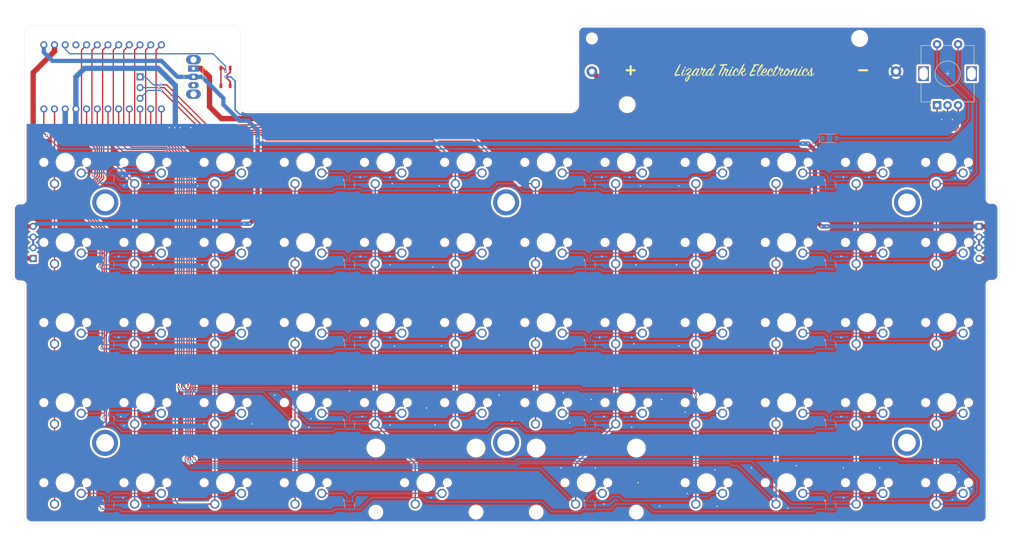
<source format=kicad_pcb>
(kicad_pcb (version 20240108) (generator "pcbnew") (generator_version "8.0")
  (layers (0 "F.Cu" signal) (31 "B.Cu" signal) (34 "B.Paste" user) (35 "F.Paste" user) (36 "B.SilkS" user "B.Silkscreen") (37 "F.SilkS" user "F.Silkscreen") (38 "B.Mask" user) (39 "F.Mask" user) (44 "Edge.Cuts" user))
  (net 0 "")
  (net 1 "Net-(BAT1-+)")
  (net 2 "GND")
  (net 3 "Net-(D1A-A)")
  (net 4 "Net-(D1C-A)")
  (net 5 "Net-(D1B-A)")
  (net 6 "Net-(D2B-A)")
  (net 7 "Net-(D2A-A)")
  (net 8 "Net-(D2C-A)")
  (net 9 "Net-(D3C-A)")
  (net 10 "Net-(D3B-A)")
  (net 11 "Net-(D3A-A)")
  (net 12 "Net-(D4A-A)")
  (net 13 "Net-(D4C-A)")
  (net 14 "Net-(D4B-A)")
  (net 15 "Net-(D5C-A)")
  (net 16 "Net-(D5A-A)")
  (net 17 "Net-(D5B-A)")
  (net 18 "Net-(D6C-A)")
  (net 19 "Net-(D6B-A)")
  (net 20 "Net-(D6A-A)")
  (net 21 "Net-(D7A-A)")
  (net 22 "Net-(D7B-A)")
  (net 23 "Net-(D7C-A)")
  (net 24 "Net-(D8A-A)")
  (net 25 "Net-(D8C-A)")
  (net 26 "Net-(D8B-A)")
  (net 27 "Net-(D9C-A)")
  (net 28 "Net-(D9A-A)")
  (net 29 "Net-(D9B-A)")
  (net 30 "Net-(D10C-A)")
  (net 31 "Net-(D10A-A)")
  (net 32 "Net-(D10B-A)")
  (net 33 "Net-(D11B-A)")
  (net 34 "Net-(D11C-A)")
  (net 35 "Net-(D11A-A)")
  (net 36 "Net-(D12C-A)")
  (net 37 "Net-(D12A-A)")
  (net 38 "Net-(D12B-A)")
  (net 39 "Net-(D13B-A)")
  (net 40 "Net-(D13A-A)")
  (net 41 "Net-(D13C-A)")
  (net 42 "Net-(D14C-A)")
  (net 43 "Net-(D14B-A)")
  (net 44 "Net-(D14A-A)")
  (net 45 "Net-(D15A-A)")
  (net 46 "Net-(D15C-A)")
  (net 47 "Net-(D15B-A)")
  (net 48 "Net-(D16B-A)")
  (net 49 "Net-(D16A-A)")
  (net 50 "Net-(D16C-A)")
  (net 51 "Net-(D17B-A)")
  (net 52 "Net-(D17A-A)")
  (net 53 "Net-(D17C-A)")
  (net 54 "Net-(D18A-A)")
  (net 55 "Net-(D19C-A)")
  (net 56 "Net-(D20B-A)")
  (net 57 "Net-(D20C-A)")
  (net 58 "Net-(D20A-A)")
  (net 63 "Net-(D19A-A)")
  (net 64 "Net-(D18C-A)")
  (net 66 "ROW 1")
  (net 67 "ROW 2")
  (net 68 "ROW 3")
  (net 69 "ROW 4")
  (net 70 "ROW 5")
  (net 71 "COL 1")
  (net 72 "COL 2")
  (net 73 "COL 3")
  (net 74 "COL 4")
  (net 75 "COL 5")
  (net 76 "COL 6")
  (net 77 "COL 7")
  (net 78 "COL 8")
  (net 79 "COL 9")
  (net 80 "COL 10")
  (net 81 "COL 11")
  (net 82 "COL 12")
  (net 88 "Net-(J2-Pin_10)")
  (net 89 "Net-(J3-Pin_2)")
  (net 90 "Net-(J3-Pin_1)")
  (net 91 "Net-(J3-Pin_3)")
  (net 92 "Net-(D21-K)")
  (net 93 "Net-(D21-A)")
  (net 94 "/BAT +")
  (footprint "lizard_libs:SW_Cherry_MX_1.00u_PCB" (layer "F.Cu") (at 207.01 62.23 180)
    (property "Reference" "MX46")
    (property "Value" "MX_Switch")
  )
  (footprint "lizard_libs:SW_Cherry_MX_1.00u_PCB" (layer "F.Cu") (at 130.81 81.28 180)
    (property "Reference" "MX27")
    (property "Value" "MX_Switch")
  )
  (footprint "lizard_libs:SW_Cherry_MX_1.00u_PCB" (layer "F.Cu") (at 54.61 62.23 180)
    (property "Reference" "MX6")
    (property "Value" "MX_Switch")
  )
  (footprint "lizard_libs:SW_Cherry_MX_1.00u_PCB" (layer "F.Cu") (at 187.96 81.28 180)
    (property "Reference" "MX42")
    (property "Value" "MX_Switch")
  )
  (footprint "lizard_libs:SW_Cherry_MX_1.00u_PCB" (layer "F.Cu") (at 207.01 138.43 180)
    (property "Reference" "MX50")
    (property "Value" "MX_Switch")
  )
  (footprint "lizard_libs:SW_Cherry_MX_1.00u_PCB" (layer "F.Cu") (at 207.01 119.38 180)
    (property "Reference" "MX49")
    (property "Value" "MX_Switch")
  )
  (footprint "lizard_libs:SW_Cherry_MX_1.00u_PCB" (layer "F.Cu") (at 168.91 100.33 180)
    (property "Reference" "MX38")
    (property "Value" "MX_Switch")
  )
  (footprint "lizard_libs:SW_Cherry_MX_1.00u_PCB" (layer "F.Cu") (at 226.06 119.38 180)
    (property "Reference" "MX54")
    (property "Value" "MX_Switch")
  )
  (footprint "lizard_libs:SW_Cherry_MX_1.00u_PCB" (layer "F.Cu") (at 207.01 100.33 180)
    (property "Reference" "MX48")
    (property "Value" "MX_Switch")
  )
  (footprint "lizard_libs:SW_Cherry_MX_1.00u_PCB" (layer "F.Cu") (at 187.96 119.38 180)
    (property "Reference" "MX44")
    (property "Value" "MX_Switch")
  )
  (footprint "lizard_libs:PinSocket_1x12_P2.54mm_Vertical" (layer "F.Cu") (at 33.02 44.45 90)
    (property "Reference" "J1")
    (property "Value" "Conn_01x13")
  )
  (footprint "lizard_libs:SW_Cherry_MX_1.00u_PCB" (layer "F.Cu") (at 92.71 119.38 180)
    (property "Reference" "MX19")
    (property "Value" "MX_Switch")
  )
  (footprint "lizard_libs:SW_Cherry_MX_1.00u_PCB" (layer "F.Cu") (at 149.86 62.23 180)
    (property "Reference" "MX31")
    (property "Value" "MX_Switch")
  )
  (footprint "lizard_libs:MagneticHeader_1x04_P2.54mm_Vertical" (layer "F.Cu") (at 30.48 80.01 180)
    (property "Reference" "J4")
    (property "Value" "Conn_01x04")
  )
  (footprint "lizard_libs:SW_Cherry_MX_1.00u_PCB" (layer "F.Cu") (at 226.06 62.23 180)
    (property "Reference" "MX51")
    (property "Value" "MX_Switch")
  )
  (footprint "lizard_libs:SW_Cherry_MX_1.00u_PCB" (layer "F.Cu") (at 73.66 62.23 180)
    (property "Reference" "MX11")
    (property "Value" "MX_Switch")
  )
  (footprint "lizard_libs:SW_Cherry_MX_1.00u_PCB" (layer "F.Cu") (at 168.91 119.38 180)
    (property "Reference" "MX39")
    (property "Value" "MX_Switch")
  )
  (footprint "lizard_libs:SW_Cherry_MX_1.00u_PCB" (layer "F.Cu") (at 92.71 138.43 180)
    (property "Reference" "MX20")
    (property "Value" "MX_Switch")
  )
  (footprint "lizard_libs:SW_Cherry_MX_1.00u_PCB" (layer "F.Cu") (at 187.96 100.33 180)
    (property "Reference" "MX43")
    (property "Value" "MX_Switch")
  )
  (footprint "lizard_libs:SW_Cherry_MX_1.00u_PCB" (layer "F.Cu") (at 149.86 81.28 180)
    (property "Reference" "MX32")
    (property "Value" "MX_Switch")
  )
  (footprint "Button_Switch_THT:SW_Slide_SPDT_Straight_CK_OS102011MS2Q" (layer "F.Cu") (at 68.58 34.83 -90)
    (property "Reference" "SW1")
    (property "Value" "OS102011MS2QN1")
  )
  (footprint "lizard_libs:SW_Cherry_MX_1.00u_PCB" (layer "F.Cu") (at 111.76 81.28 180)
    (property "Reference" "MX22")
    (property "Value" "MX_Switch")
  )
  (footprint "lizard_libs:Lizard Text Logo" (layer "F.Cu") (at 199.39 35.56)
    (property "Reference" "G***")
    (property "Value" "LOGO" (hide yes))
  )
  (footprint "lizard_libs:SW_Cherry_MX_1.00u_PCB" (layer "F.Cu") (at 111.76 62.23 180)
    (property "Reference" "MX21")
    (property "Value" "MX_Switch")
  )
  (footprint "lizard_libs:SW_Cherry_MX_1.00u_PCB" (layer "F.Cu") (at 168.91 81.28 180)
    (property "Reference" "MX37")
    (property "Value" "MX_Switch")
  )
  (footprint "lizard_libs:SW_Cherry_MX_1.00u_PCB" (layer "F.Cu") (at 245.11 81.28 180)
    (property "Reference" "MX57")
    (property "Value" "MX_Switch")
  )
  (footprint "lizard_libs:SW_Cherry_MX_1.00u_PCB" (layer "F.Cu") (at 35.56 62.23 180)
    (property "Reference" "MX1")
    (property "Value" "MX_Switch")
  )
  (footprint "lizard_libs:SW_Cherry_MX_1.00u_PCB" (layer "F.Cu") (at 168.91 62.23 180)
    (property "Reference" "MX36")
    (property "Value" "MX_Switch")
  )
  (footprint "lizard_libs:PinSocket_1x12_P2.54mm_Vertical" (layer "F.Cu") (at 60.96 29.21 -90)
    (property "Reference" "J2")
    (property "Value" "Conn_01x13")
  )
  (footprint "lizard_libs:RotaryEncoder_Bourns_PEC11L" (layer "F.Cu") (at 247.777 36.068 90)
    (property "Reference" "SW2")
    (property "Value" "RotaryEncoder")
  )
  (footprint "lizard_libs:SW_Cherry_MX_1.00u_PCB" (layer "F.Cu") (at 226.06 81.28 180)
    (property "Reference" "MX52")
    (property "Value" "MX_Switch")
  )
  (footprint "lizard_libs:SW_Cherry_MX_1.00u_PCB" (layer "F.Cu") (at 245.11 62.23 180)
    (property "Reference" "MX56")
    (property "Value" "MX_Switch")
  )
  (footprint "lizard_libs:SW_Cherry_MX_1.00u_PCB" (layer "F.Cu") (at 73.66 138.43 180)
    (property "Reference" "MX15")
    (property "Value" "MX_Switch")
  )
  (footprint "lizard_libs:SW_Cherry_MX_1.00u_PCB" (layer "F.Cu") (at 149.86 100.33 180)
    (property "Reference" "MX33")
    (property "Value" "MX_Switch")
  )
  (footprint "lizard_libs:SW_Cherry_MX_1.00u_PCB" (layer "F.Cu") (at 187.96 138.43 180)
    (property "Reference" "MX45")
    (property "Value" "MX_Switch")
  )
  (footprint "lizard_libs:PinHeader_1x03_P2.54mm_Vertical" (layer "F.Cu") (at 55.88 36.83)
    (property "Reference" "J3" (hide yes))
    (property "Value" "Conn_01x03")
  )
  (footprint "lizard_libs:SW_Cherry_MX_1.00u_PCB" (layer "F.Cu") (at 130.81 119.38 180)
    (property "Reference" "MX29")
    (property "Value" "MX_Switch")
  )
  (footprint "lizard_libs:SW_Cherry_MX_2.00u_PCB" (layer "F.Cu") (at 159.385 138.43 180)
    (property "Reference" "MX40")
    (property "Value" "MX_Switch")
  )
  (footprint "lizard_libs:SW_Cherry_MX_1.00u_PCB" (layer "F.Cu") (at 73.66 100.33 180)
    (property "Reference" "MX13")
    (property "Value" "MX_Switch")
  )
  (footprint "lizard_libs:SW_Cherry_MX_2.00u_PCB" (layer "F.Cu") (at 121.285 138.43 180)
    (property "Reference" "MX25")
    (property "Value" "MX_Switch")
  )
  (footprint "lizard_libs:SW_Cherry_MX_1.00u_PCB" (layer "F.Cu") (at 54.61 81.28 180)
    (property "Reference" "MX7")
    (property "Value" "MX_Switch")
  )
  (footprint "lizard_libs:SW_Cherry_MX_1.00u_PCB" (layer "F.Cu") (at 92.71 81.28 180)
    (property "Reference" "MX17")
    (property "Value" "MX_Switch")
  )
  (footprint "lizard_libs:SW_Cherry_MX_1.00u_PCB" (layer "F.Cu") (at 226.06 138.43 180)
    (property "Reference" "MX55")
    (property "Value" "MX_Switch")
  )
  (footprint "lizard_libs:SW_Cherry_MX_1.00u_PCB" (layer "F.Cu") (at 73.66 119.38 180)
    (property "Reference" "MX14")
    (property "Value" "MX_Switch")
  )
  (footprint "lizard_libs:SW_Cherry_MX_1.00u_PCB" (layer "F.Cu") (at 187.96 62.23 180)
    (property "Reference" "MX41")
    (property "Value" "MX_Switch")
  )
  (footprint "lizard_libs:SW_Cherry_MX_1.00u_PCB" (layer "F.Cu") (at 54.61 138.43 180)
    (property "Reference" "MX10")
    (property "Value" "MX_Switch")
  )
  (footprint "lizard_libs:SW_Cherry_MX_1.00u_PCB" (layer "F.Cu") (at 226.06 100.33 180)
    (property "Reference" "MX53")
    (property "Value" "MX_Switch")
  )
  (footprint "lizard_libs:SW_Cherry_MX_1.00u_PCB" (layer "F.Cu") (at 92.71 100.33 180)
    (property "Reference" "MX18")
    (property "Value" "MX_Switch")
  )
  (footprint "lizard_libs:SW_Cherry_MX_1.00u_PCB" (layer "F.Cu") (at 54.61 119.38 180)
    (property "Reference" "MX9")
    (property "Value" "MX_Switch")
  )
  (footprint "lizard_libs:SW_Cherry_MX_1.00u_PCB" (layer "F.Cu") (at 35.56 138.43 180)
    (property "Reference" "MX5")
    (property "Value" "MX_Switch")
  )
  (footprint "lizard_libs:MagneticHeader_1x04_P2.54mm_Vertical" (layer "F.Cu") (at 255.27 72.39)
    (property "Reference" "J5")
    (property "Value" "Conn_01x04")
  )
  (footprint "lizard_libs:SW_Cherry_MX_1.00u_PCB" (layer "F.Cu") (at 35.56 119.38 180)
    (property "Reference" "MX4")
    (property "Value" "MX_Switch")
  )
  (footprint "lizard_libs:SW_Cherry_MX_1.00u_PCB" (layer "F.Cu") (at 245.11 138.43 180)
    (property "Reference" "MX60")
    (property "Value" "MX_Switch")
  )
  (footprint "lizard_libs:SW_Cherry_MX_1.00u_PCB" (layer "F.Cu") (at 130.81 100.33 180)
    (property "Reference" "MX28")
    (property "Value" "MX_Switch")
  )
  (footprint "lizard_libs:Keystone 1043 18650" (layer "F.Cu") (at 199.39 35.56 180)
    (property "Reference" "BAT1")
    (property "Value" "18650_Keystone_1043")
  )
  (footprint "lizard_libs:SW_Cherry_MX_1.00u_PCB" (layer "F.Cu") (at 73.66 81.28 180)
    (property "Reference" "MX12")
    (property "Value" "MX_Switch")
  )
  (footprint "lizard_libs:SW_Cherry_MX_1.00u_PCB" (layer "F.Cu") (at 245.11 100.33 180)
    (property "Reference" "MX58")
    (property "Value" "MX_Switch")
  )
  (footprint "lizard_libs:SW_Cherry_MX_1.00u_PCB" (layer "F.Cu") (at 111.76 119.38 180)
    (property "Reference" "MX24")
    (property "Value" "MX_Switch")
  )
  (footprint "lizard_libs:SW_Cherry_MX_1.00u_PCB" (layer "F.Cu") (at 54.61 100.33 180)
    (property "Reference" "MX8")
    (property "Value" "MX_Switch")
  )
  (footprint "lizard_libs:SW_Cherry_MX_1.00u_PCB" (layer "F.Cu") (at 35.56 81.28 180)
    (property "Reference" "MX2")
    (property "Value" "MX_Switch")
  )
  (footprint "lizard_libs:SW_Cherry_MX_1.00u_PCB" (layer "F.Cu") (at 35.56 100.33 180)
    (property "Reference" "MX3")
    (property "Value" "MX_Switch")
  )
  (footprint "lizard_libs:PTS_180_Tactile_Switch" (layer "F.Cu") (at 76.2 36.83 90)
    (property "Reference" "S1")
    (property "Value" "PTS810")
  )
  (footprint "lizard_libs:SW_Cherry_MX_1.00u_PCB" (layer "F.Cu") (at 149.86 119.38 180)
    (property "Reference" "MX34")
    (property "Value" "MX_Switch")
  )
  (footprint "lizard_libs:SW_Cherry_MX_1.00u_PCB" (layer "F.Cu") (at 245.11 119.38 180)
    (property "Reference" "MX59")
    (property "Value" "MX_Switch")
  )
  (footprint "lizard_libs:SW_Cherry_MX_1.00u_PCB" (layer "F.Cu") (at 92.71 62.23 180)
    (property "Reference" "MX16")
    (property "Value" "MX_Switch")
  )
  (footprint "lizard_libs:SW_Cherry_MX_1.00u_PCB" (layer "F.Cu") (at 130.81 62.23 180)
    (property "Reference" "MX26")
    (property "Value" "MX_Switch")
  )
  (footprint "lizard_libs:SW_Cherry_MX_1.00u_PCB" (layer "F.Cu") (at 111.76 100.33 180)
    (property "Reference" "MX23")
    (property "Value" "MX_Switch")
  )
  (footprint "lizard_libs:SW_Cherry_MX_1.00u_PCB" (layer "F.Cu") (at 207.01 81.28 180)
    (property "Reference" "MX47")
    (property "Value" "MX_Switch")
  )
  (footprint "lizard_libs:Keystone Standoff 4-40 .125" (layer "B.Cu") (at 238.125 66.675 180)
    (property "Reference" "H6" (hide yes))
    (property "Value" "36-4882CT-ND")
  )
  (footprint "Package_TO_SOT_SMD:SOT-363_SC-70-6" (layer "B.Cu") (at 48.514 81.534 -90)
    (property "Reference" "D5")
    (property "Value" "MMBD4148TW")
  )
  (footprint "Diode_SMD:D_SOD-123" (layer "B.Cu") (at 219.71 51.435)
    (property "Reference" "D21")
    (property "Value" "D_Small")
  )
  (footprint "lizard_libs:Keystone Standoff 4-40 .125" (layer "B.Cu") (at 238.125 123.825 180)
    (property "Reference" "H7" (hide yes))
    (property "Value" "36-4882CT-ND")
  )
  (footprint "Package_TO_SOT_SMD:SOT-363_SC-70-6" (layer "B.Cu") (at 48.514 138.684 -90)
    (property "Reference" "D17")
    (property "Value" "MMBD4148TW")
  )
  (footprint "Package_TO_SOT_SMD:SOT-363_SC-70-6" (layer "B.Cu") (at 105.7015 81.534 -90)
    (property "Reference" "D6")
    (property "Value" "MMBD4148TW")
  )
  (footprint "Package_TO_SOT_SMD:SOT-363_SC-70-6" (layer "B.Cu") (at 162.814 138.684 -90)
    (property "Reference" "D19")
    (property "Value" "MMBD4148TW")
  )
  (footprint "Package_TO_SOT_SMD:SOT-363_SC-70-6" (layer "B.Cu") (at 162.814 62.484 -90)
    (property "Reference" "D3")
    (property "Value" "MMBD4148TW")
  )
  (footprint "Package_TO_SOT_SMD:SOT-363_SC-70-6" (layer "B.Cu") (at 105.7015 119.534 -90)
    (property "Reference" "D14")
    (property "Value" "MMBD4148TW")
  )
  (footprint "Package_TO_SOT_SMD:SOT-363_SC-70-6" (layer "B.Cu") (at 48.514 100.534 -90)
    (property "Reference" "D9")
    (property "Value" "MMBD4148TW")
  )
  (footprint "Package_TO_SOT_SMD:SOT-363_SC-70-6" (layer "B.Cu") (at 105.664 62.484 -90)
    (property "Reference" "D2")
    (property "Value" "MMBD4148TW")
  )
  (footprint "Package_TO_SOT_SMD:SOT-363_SC-70-6" (layer "B.Cu") (at 220.0015 138.684 -90)
    (property "Reference" "D20")
    (property "Value" "MMBD4148TW")
  )
  (footprint "Package_TO_SOT_SMD:SOT-363_SC-70-6" (layer "B.Cu") (at 219.964 62.484 -90)
    (property "Reference" "D4")
    (property "Value" "MMBD4148TW")
  )
  (footprint "Package_TO_SOT_SMD:SOT-363_SC-70-6" (layer "B.Cu") (at 48.514 118.264 -90)
    (property "Reference" "D13")
    (property "Value" "MMBD4148TW")
  )
  (footprint "Package_TO_SOT_SMD:SOT-363_SC-70-6" (layer "B.Cu") (at 162.8515 81.534 -90)
    (property "Reference" "D7")
    (property "Value" "MMBD4148TW")
  )
  (footprint "Package_TO_SOT_SMD:SOT-363_SC-70-6" (layer "B.Cu") (at 105.7015 138.684 -90)
    (property "Reference" "D18")
    (property "Value" "MMBD4148TW")
  )
  (footprint "Package_TO_SOT_SMD:SOT-363_SC-70-6" (layer "B.Cu") (at 105.7015 100.534 -90)
    (property "Reference" "D10")
    (property "Value" "MMBD4148TW")
  )
  (footprint "Package_TO_SOT_SMD:SOT-363_SC-70-6" (layer "B.Cu") (at 162.8515 100.534 -90)
    (property "Reference" "D11")
    (property "Value" "MMBD4148TW")
  )
  (footprint "Package_TO_SOT_SMD:SOT-363_SC-70-6" (layer "B.Cu") (at 220.0015 81.534 -90)
    (property "Reference" "D8")
    (property "Value" "MMBD4148TW")
  )
  (footprint "Package_TO_SOT_SMD:SOT-363_SC-70-6" (layer "B.Cu") (at 220.0015 119.534 -90)
    (property "Reference" "D16")
    (property "Value" "MMBD4148TW")
  )
  (footprint "lizard_libs:Keystone Standoff 4-40 .125" (layer "B.Cu") (at 47.625 66.675 180)
    (property "Reference" "H5" (hide yes))
    (property "Value" "36-4882CT-ND")
  )
  (footprint "Package_TO_SOT_SMD:SOT-363_SC-70-6" (layer "B.Cu") (at 162.8515 119.534 -90)
    (property "Reference" "D15")
    (property "Value" "MMBD4148TW")
  )
  (footprint "lizard_libs:Keystone Standoff 4-40 .125" (layer "B.Cu") (at 47.571 123.879 180)
    (property "Reference" "H8" (hide yes))
    (property "Value" "36-4882CT-ND")
  )
  (footprint "lizard_libs:Keystone Standoff 4-40 .125" (layer "B.Cu") (at 142.875 123.825 180)
    (property "Reference" "H4" (hide yes))
    (property "Value" "36-4882CT-ND")
  )
  (footprint "lizard_libs:Keystone Standoff 4-40 .125" (layer "B.Cu") (at 142.875 66.675 180)
    (property "Reference" "H3" (hide yes))
    (property "Value" "36-4882CT-ND")
  )
  (footprint "Package_TO_SOT_SMD:SOT-363_SC-70-6" (layer "B.Cu") (at 48.514 61.087 -90)
    (property "Reference" "D1")
    (property "Value" "MMBD4148TW")
  )
  (footprint "Package_TO_SOT_SMD:SOT-363_SC-70-6" (layer "B.Cu") (at 220.0015 100.534 -90)
    (property "Reference" "D12")
    (property "Value" "MMBD4148TW")
  )
  (gr_arc (start 255.7145 24.638) (mid 256.837032 25.102968) (end 257.302 26.2255) (stroke (width 0.05)) (layer "Edge.Cuts"))
  (gr_line (start 27.2415 66.675) (end 27.813 66.675) (stroke (width 0.05)) (layer "Edge.Cuts"))
  (gr_line (start 260.096 68.1355) (end 260.096 84.0105) (stroke (width 0.05)) (layer "Edge.Cuts"))
  (gr_line (start 78.1685 24.638) (end 30.0355 24.638) (stroke (width 0.05)) (layer "Edge.Cuts"))
  (gr_line (start 258.5085 85.598) (end 257.937 85.598) (stroke (width 0.05)) (layer "Edge.Cuts"))
  (gr_arc (start 257.937 66.548) (mid 257.487987 66.362013) (end 257.302 65.913) (stroke (width 0.05)) (layer "Edge.Cuts"))
  (gr_arc (start 159.766 26.2255) (mid 160.230968 25.102968) (end 161.3535 24.638) (stroke (width 0.05)) (layer "Edge.Cuts"))
  (gr_line (start 28.448 66.04) (end 28.448 26.2255) (stroke (width 0.05)) (layer "Edge.Cuts"))
  (gr_line (start 258.5085 66.548) (end 257.937 66.548) (stroke (width 0.05)) (layer "Edge.Cuts"))
  (gr_arc (start 27.2415 85.725) (mid 26.118968 85.260032) (end 25.654 84.1375) (stroke (width 0.05)) (layer "Edge.Cuts"))
  (gr_arc (start 258.5085 66.548) (mid 259.631032 67.012968) (end 260.096 68.1355) (stroke (width 0.05)) (layer "Edge.Cuts"))
  (gr_line (start 28.448 86.36) (end 28.448 141.4145) (stroke (width 0.05)) (layer "Edge.Cuts"))
  (gr_arc (start 30.0355 143.002) (mid 28.912968 142.537032) (end 28.448 141.4145) (stroke (width 0.05)) (layer "Edge.Cuts"))
  (gr_line (start 159.766 26.2255) (end 159.766 43.3705) (stroke (width 0.05)) (layer "Edge.Cuts"))
  (gr_arc (start 257.302 141.4145) (mid 256.837032 142.537032) (end 255.7145 143.002) (stroke (width 0.05)) (layer "Edge.Cuts"))
  (gr_arc (start 260.096 84.0105) (mid 259.631032 85.133032) (end 258.5085 85.598) (stroke (width 0.05)) (layer "Edge.Cuts"))
  (gr_arc (start 28.448 66.04) (mid 28.262013 66.489013) (end 27.813 66.675) (stroke (width 0.05)) (layer "Edge.Cuts"))
  (gr_line (start 30.0355 143.002) (end 255.7145 143.002) (stroke (width 0.05)) (layer "Edge.Cuts"))
  (gr_line (start 257.302 86.233) (end 257.302 141.4145) (stroke (width 0.05)) (layer "Edge.Cuts"))
  (gr_arc (start 28.448 26.2255) (mid 28.912968 25.102968) (end 30.0355 24.638) (stroke (width 0.05)) (layer "Edge.Cuts"))
  (gr_line (start 79.756 43.3705) (end 79.756 26.2255) (stroke (width 0.05)) (layer "Edge.Cuts"))
  (gr_line (start 25.654 68.2625) (end 25.654 84.1375) (stroke (width 0.05)) (layer "Edge.Cuts"))
  (gr_line (start 158.1785 44.958) (end 81.3435 44.958) (stroke (width 0.05)) (layer "Edge.Cuts"))
  (gr_arc (start 81.3435 44.958) (mid 80.220968 44.493032) (end 79.756 43.3705) (stroke (width 0.05)) (layer "Edge.Cuts"))
  (gr_arc (start 159.766 43.3705) (mid 159.301032 44.493032) (end 158.1785 44.958) (stroke (width 0.05)) (layer "Edge.Cuts"))
  (gr_line (start 27.2415 85.725) (end 27.813 85.725) (stroke (width 0.05)) (layer "Edge.Cuts"))
  (gr_arc (start 257.302 86.233) (mid 257.487987 85.783987) (end 257.937 85.598) (stroke (width 0.05)) (layer "Edge.Cuts"))
  (gr_line (start 257.302 65.913) (end 257.302 26.2255) (stroke (width 0.05)) (layer "Edge.Cuts"))
  (gr_line (start 161.3535 24.638) (end 255.7145 24.638) (stroke (width 0.05)) (layer "Edge.Cuts"))
  (gr_arc (start 25.654 68.2625) (mid 26.118968 67.139968) (end 27.2415 66.675) (stroke (width 0.05)) (layer "Edge.Cuts"))
  (gr_arc (start 78.1685 24.638) (mid 79.291032 25.102968) (end 79.756 26.2255) (stroke (width 0.05)) (layer "Edge.Cuts"))
  (gr_arc (start 27.813 85.725) (mid 28.262013 85.910987) (end 28.448 86.36) (stroke (width 0.05)) (layer "Edge.Cuts"))
  (gr_text "+" (at 172.466 35.433 180) (layer "F.SilkS") (effects (font (size 2.54 2.54) (thickness 0.508) (bold yes))))
  (gr_text "-" (at 227.711 35.433 180) (layer "F.SilkS") (effects (font (size 2.54 2.54) (thickness 0.508) (bold yes))))
  (segment (start 166.878 39.1795) (end 163.2585 35.56) (width 1.27) (layer "F.Cu") (net 1))
  (segment (start 70.39 34.83) (end 72.39 36.83) (width 1.27) (layer "F.Cu") (net 1))
  (segment (start 166.878 41.91) (end 166.878 39.1795) (width 1.27) (layer "F.Cu") (net 1))
  (segment (start 162.052 46.736) (end 166.878 41.91) (width 1.27) (layer "F.Cu") (net 1))
  (segment (start 75.184 46.736) (end 162.052 46.736) (width 1.27) (layer "F.Cu") (net 1))
  (segment (start 72.39 36.83) (end 72.39 43.942) (width 1.27) (layer "F.Cu") (net 1))
  (segment (start 68.58 34.83) (end 70.39 34.83) (width 1.27) (layer "F.Cu") (net 1))
  (segment (start 72.39 43.942) (end 75.184 46.736) (width 1.27) (layer "F.Cu") (net 1))
  (segment (start 77.303 38.963) (end 77.303 37.933) (width 0.381) (layer "F.Cu") (net 2))
  (segment (start 77.303 34.697) (end 77.303 35.727) (width 0.381) (layer "F.Cu") (net 2))
  (segment (start 40.64 44.45) (end 40.64 48.768) (width 1.27) (layer "F.Cu") (net 2))
  (segment (start 35.56 30.734) (end 35.56 29.21) (width 1.27) (layer "F.Cu") (net 2))
  (segment (start 38.1 44.45) (end 38.1 48.768) (width 1.27) (layer "F.Cu") (net 2))
  (segment (start 30.48 44.45) (end 30.48 48.768) (width 1.27) (layer "F.Cu") (net 2))
  (segment (start 30.48 35.814) (end 35.56 30.734) (width 1.27) (layer "F.Cu") (net 2))
  (segment (start 77.303 35.727) (end 76.2 36.83) (width 0.381) (layer "F.Cu") (net 2))
  (segment (start 30.48 35.814) (end 30.48 44.45) (width 1.27) (layer "F.Cu") (net 2))
  (segment (start 77.303 37.933) (end 76.2 36.83) (width 0.381) (layer "F.Cu") (net 2))
  (via (at 231.648 129.794) (size 0.6) (drill 0.3) (layers "F.Cu" "B.Cu") (net 2))
  (via (at 192.532 130.302) (size 0.6) (drill 0.3) (layers "F.Cu" "B.Cu") (net 2))
  (via (at 123.952 115.57) (size 0.6) (drill 0.3) (layers "F.Cu" "B.Cu") (net 2))
  (via (at 229.108 60.706) (size 0.6) (drill 0.3) (layers "F.Cu" "B.Cu") (net 2))
  (via (at 51.672183 60.3424) (size 0.6) (drill 0.3) (layers "F.Cu" "B.Cu") (net 2))
  (via (at 253.365 59.055) (size 0.6) (drill 0.3) (layers "F.Cu" "B.Cu") (net 2))
  (via (at 65.405 48.895) (size 0.6) (drill 0.3) (layers "F.Cu" "B.Cu") (net 2))
  (via (at 183.896 62.738) (size 0.6) (drill 0.3) (layers "F.Cu" "B.Cu") (net 2))
  (via (at 108.204 60.706) (size 0.6) (drill 0.3) (layers "F.Cu" "B.Cu") (net 2))
  (via (at 57.912 117.602) (size 0.6) (drill 0.3) (layers "F.Cu" "B.Cu") (net 2))
  (via (at 249.555 60.96) (size 0.6) (drill 0.3) (layers "F.Cu" "B.Cu") (net 2))
  (via (at 229.108 136.906) (size 0.6) (drill 0.3) (layers "F.Cu" "B.Cu") (net 2))
  (via (at 223.012 136.906) (size 0.6) (drill 0.3) (layers "F.Cu" "B.Cu") (net 2))
  (via (at 209.804 139.446) (size 0.6) (drill 0.3) (layers "F.Cu" "B.Cu") (net 2))
  (via (at 163.068 113.538) (size 0.6) (drill 0.3) (layers "F.Cu" "B.Cu") (net 2))
  (via (at 82.55 119.38) (size 0.6) (drill 0.3) (layers "F.Cu" "B.Cu") (net 2))
  (via (at 222.504 117.602) (size 0.6) (drill 0.3) (layers "F.Cu" "B.Cu") (net 2))
  (via (at 127 62.738) (size 0.6) (drill 0.3) (layers "F.Cu" "B.Cu") (net 2))
  (via (at 144.272 118.618) (size 0.6) (drill 0.3) (layers "F.Cu" "B.Cu") (net 2))
  (via (at 179.324 138.938) (size 0.6) (drill 0.3) (layers "F.Cu" "B.Cu") (net 2))
  (via (at 141.224 112.522) (size 0.6) (drill 0.3) (layers "F.Cu" "B.Cu") (net 2))
  (via (at 57.15 119.38) (size 0.6) (drill 0.3) (layers "F.Cu" "B.Cu") (net 2))
  (via (at 76.2 36.83) (size 0.6) (drill 0.3) (layers "F.Cu" "B.Cu") (net 2))
  (via (at 70.612 81.534) (size 0.6) (drill 0.3) (layers "F.Cu" "B.Cu") (net 2))
  (via (at 229.108 98.806) (size 0.6) (drill 0.3) (layers "F.Cu" "B.Cu") (net 2))
  (via (at 222.504 98.806) (size 0.6) (drill 0.3) (layers "F.Cu" "B.Cu") (net 2))
  (via (at 172.72 120.142) (size 0.6) (drill 0.3) (layers "F.Cu" "B.Cu") (net 2))
  (via (at 211.836 129.286) (size 0.6) (drill 0.3) (layers "F.Cu" "B.Cu") (net 2))
  (via (at 115.316 60.706) (size 0.6) (drill 0.3) (layers "F.Cu" "B.Cu") (net 2))
  (via (at 108.204 98.806) (size 0.6) (drill 0.3) (layers "F.Cu" "B.Cu") (net 2))
  (via (at 50.8 98.806) (size 0.6) (drill 0.3) (layers "F.Cu" "B.Cu") (net 2))
  (via (at 57.912 60.706) (size 0.6) (drill 0.3) (layers "F.Cu" "B.Cu") (net 2))
  (via (at 193.04 138.938) (size 0.6) (drill 0.3) (layers "F.Cu" "B.Cu") (net 2))
  (via (at 57.912 98.806) (size 0.6) (drill 0.3) (layers "F.Cu" "B.Cu") (net 2))
  (via (at 58.928 81.534) (size 0.6) (drill 0.3) (layers "F.Cu" "B.Cu") (net 2))
  (via (at 185.928 135.89) (size 0.6) (drill 0.3) (layers "F.Cu" "B.Cu") (net 2))
  (via (at 156.464 112.014) (size 0.6) (drill 0.3) (layers "F.Cu" "B.Cu") (net 2))
  (via (at 155.956 129.794) (size 0.6) (drill 0.3) (layers "F.Cu" "B.Cu") (net 2))
  (via (at 50.8 79.502) (size 0.6) (drill 0.3) (layers "F.Cu" "B.Cu") (net 2))
  (via (at 165.1 98.806) (size 0.6) (drill 0.3) (layers "F.Cu" "B.Cu") (net 2))
  (via (at 183.388 81.534) (size 0.6) (drill 0.3) (layers "F.Cu" "B.Cu") (net 2))
  (via (at 173.228 79.502) (size 0.6) (drill 0.3) (layers "F.Cu" "B.Cu") (net 2))
  (via (at 223.012 129.794) (size 0.6) (drill 0.3) (layers "F.Cu" "B.Cu") (net 2))
  (via (at 172.72 98.806) (size 0.6) (drill 0.3) (layers "F.Cu" "B.Cu") (net 2))
  (via (at 115.316 79.502) (size 0.6) (drill 0.3) (layers "F.Cu" "B.Cu") (net 2))
  (via (at 250.444 130.81) (size 0.6) (drill 0.3) (layers "F.Cu" "B.Cu") (net 2))
  (via (at 172.72 117.602) (size 0.6) (drill 0.3) (layers "F.Cu" "B.Cu") (net 2))
  (via (at 58.42 79.502) (size 0.6) (drill 0.3) (layers "F.Cu" "B.Cu") (net 2))
  (via (at 105.664 111.506) (size 0.6) (drill 0.3) (layers "F.Cu" "B.Cu") (net 2))
  (via (at 69.596 62.738) (size 0.6) (drill 0.3) (layers "F.Cu" "B.Cu") (net 2))
  (via (at 222.504 79.502) (size 0.6) (drill 0.3) (layers "F.Cu" "B.Cu") (net 2))
  (via (at 185.42 116.586) (size 0.6) (drill 0.3) (layers "F.Cu" "B.Cu") (net 2))
  (via (at 165.608 60.706) (size 0.6) (drill 0.3) (layers "F.Cu" "B.Cu") (net 2))
  (via (at 51.308 117.602) (size 0.6) (drill 0.3) (layers "F.Cu" "B.Cu") (net 2))
  (via (at 96.52 118.11) (size 0.6) (drill 0.3) (layers "F.Cu" "B.Cu") (net 2))
  (via (at 166.116 117.602) (size 0.6) (drill 0.3) (layers "F.Cu" "B.Cu") (net 2))
  (via (at 87.884 112.522) (size 0.6) (drill 0.3) (layers "F.Cu" "B.Cu") (net 2))
  (via (at 173.736 81.534) (size 0.6) (drill 0.3) (layers "F.Cu" "B.Cu") (net 2))
  (via (at 64.135 48.895) (size 0.6) (drill 0.3) (layers "F.Cu" "B.Cu") (net 2))
  (via (at 246.38 46.99) (size 0.6) (drill 0.3) (layers "F.Cu" "B.Cu") (net 2))
  (via (at 96.012 120.142) (size 0.6) (drill 0.3) (layers "F.Cu" "B.Cu") (net 2))
  (via (at 59.69 100.33) (size 0.6) (drill 0.3) (layers "F.Cu" "B.Cu") (net 2))
  (via (at 164.084 129.794) (size 0.6) (drill 0.3) (layers "F.Cu" "B.Cu") (net 2))
  (via (at 229.108 117.602) (size 0.6) (drill 0.3) (layers "F.Cu" "B.Cu") (net 2))
  (via (at 124.968 136.906) (size 0.6) (drill 0.3) (layers "F.Cu" "B.Cu") (net 2))
  (via (at 248.92 137.414) (size 0.6) (drill 0.3) (layers "F.Cu" "B.Cu") (net 2))
  (via (at 108.204 79.502) (size 0.6) (drill 0.3) (layers "F.Cu" "B.Cu") (net 2))
  (via (at 57.912 138.938) (size 0.6) (drill 0.3) (layers "F.Cu" "B.Cu") (net 2))
  (via (at 52.07 119.761) (size 0.6) (drill 0.3) (layers "F.Cu" "B.Cu") (net 2))
  (via (at 253.492 134.874) (size 0.6) (drill 0.3) (layers "F.Cu" "B.Cu") (net 2))
  (via (at 174.244 133.35) (size 0.6) (drill 0.3) (layers "F.Cu" "B.Cu") (net 2))
  (via (at 125.476 82.042) (size 0.6) (drill 0.3) (layers "F.Cu" "B.Cu") (net 2))
  (via (at 62.865 48.895) (size 0.6) (drill 0.3) (layers "F.Cu" "B.Cu") (net 2))
  (via (at 115.316 119.634) (size 0.6) (drill 0.3) (layers "F.Cu" "B.Cu") (net 2))
  (via (at 116.332 100.838) (size 0.6) (drill 0.3) (layers "F.Cu" "B.Cu") (net 2))
  (via (at 179.832 113.538) (size 0.6) (drill 0.3) (layers "F.Cu" "B.Cu") (net 2))
  (via (at 248.92 46.99) (size 0.6) (drill 0.3) (layers "F.Cu" "B.Cu") (net 2))
  (via (at 183.896 100.838) (size 0.6) (drill 0.3) (layers "F.Cu" "B.Cu") (net 2))
  (via (at 125.984 119.634) (size 0.6) (drill 0.3) (layers "F.Cu" "B.Cu") (net 2))
  (via (at 115.316 81.534) (size 0.6) (drill 0.3) (layers "F.Cu" "B.Cu") (net 2))
  (via (at 108.712 117.602) (size 0.6) (drill 0.3) (layers "F.Cu" "B.Cu") (net 2))
  (via (at 229.616 79.502) (size 0.6) (drill 0.3) (layers "F.Cu" "B.Cu") (net 2))
  (via (at 201.168 129.794) (size 0.6) (drill 0.3) (layers "F.Cu" "B.Cu") (net 2))
  (via (at 115.316 98.806) (size 0.6) (drill 0.3) (layers "F.Cu" "B.Cu") (net 2))
  (via (at 157.988 119.126) (size 0.6) (drill 0.3) (layers "F.Cu" "B.Cu") (net 2))
  (via (at 173.228 100.33) (size 0.6) (drill 0.3) (layers "F.Cu" "B.Cu") (net 2))
  (via (at 71.12 119.38) (size 0.6) (drill 0.3) (layers "F.Cu" "B.Cu") (net 2))
  (via (at 174.752 62.738) (size 0.6) (drill 0.3) (layers "F.Cu" "B.Cu") (net 2))
  (via (at 67.945 48.895) (size 0.6) (drill 0.3) (layers "F.Cu" "B.Cu") (net 2))
  (via (at 57.912 62.23) (size 0.6) (drill 0.3) (layers "F.Cu" "B.Cu") (net 2))
  (via (at 166.116 138.43) (size 0.6) (drill 0.3) (layers "F.Cu" "B.Cu") (net 2))
  (via (at 115.316 117.602) (size 0.6) (drill 0.3) (layers "F.Cu" "B.Cu") (net 2))
  (via (at 115.824 62.23) (size 0.6) (drill 0.3) (layers "F.Cu" "B.Cu") (net 2))
  (via (at 127.508 100.838) (size 0.6) (drill 0.3) (layers "F.Cu" "B.Cu") (net 2))
  (via (at 172.212 60.706) (size 0.6) (drill 0.3) (layers "F.Cu" "B.Cu") (net 2))
  (via (at 57.912 136.906) (size 0.6) (drill 0.3) (layers "F.Cu" "B.Cu") (net 2))
  (via (at 223.012 60.706) (size 0.6) (drill 0.3) (layers "F.Cu" "B.Cu") (net 2))
  (via (at 165.608 79.502) (size 0.6) (drill 0.3) (layers "F.Cu" "B.Cu") (net 2))
  (via (at 51.816 136.906) (size 0.6) (drill 0.3) (layers "F.Cu" "B.Cu") (net 2))
  (via (at 52.07 62.611) (size 0.6) (drill 0.3) (layers "F.Cu" "B.Cu") (net 2))
  (segment (start 38.1 44.45) (end 38.1 48.768) (width 1.27) (layer "B.Cu") (net 2))
  (segment (start 60.198 34.798) (end 64.262 38.862) (width 1.27) (layer "B.Cu") (net 2))
  (segment (start 78.486 44.664514) (end 79.541486 45.72) (width 0.381) (layer "B.Cu") (net 2))
  (segment (start 40.64 44.45) (end 40.64 48.768) (width 1.27) (layer "B.Cu") (net 2))
  (segment (start 40.64 44.45) (end 40.64 36.83) (width 1.27) (layer "B.Cu") (net 2))
  (segment (start 77.724 37.084) (end 78.486 37.846) (width 0.381) (layer "B.Cu") (net 2))
  (segment (start 42.672 34.798) (end 60.198 34.798) (width 1.27) (layer "B.Cu") (net 2))
  (segment (start 78.486 37.846) (end 78.486 39.37) (width 0.381) (layer "B.Cu") (net 2))
  (segment (start 40.64 36.83) (end 42.672 34.798) (width 1.27) (layer "B.Cu") (net 2))
  (segment (start 79.541486 45.72) (end 80.518 45.72) (width 0.381) (layer "B.Cu") (net 2))
  (segment (start 64.262 38.862) (end 64.262 48.768) (width 1.27) (layer "B.Cu") (net 2))
  (segment (start 64.262 48.768) (end 64.135 48.895) (width 1.27) (layer "B.Cu") (net 2))
  (segment (start 76.2 36.83) (end 77.47 36.83) (width 0.381) (layer "B.Cu") (net 2))
  (segment (start 77.47 36.83) (end 77.724 37.084) (width 0.381) (layer "B.Cu") (net 2))
  (segment (start 78.486 39.37) (end 78.486 44.664514) (width 0.381) (layer "B.Cu") (net 2))
  (segment (start 47.864 60.056) (end 47.498 59.69) (width 0.3048) (layer "B.Cu") (net 3))
  (segment (start 47.864 60.137) (end 47.864 60.056) (width 0.3048) (layer "B.Cu") (net 3))
  (segment (start 47.498 59.69) (end 41.91 59.69) (width 0.3048) (layer "B.Cu") (net 3))
  (segment (start 76.454 60.452) (end 77.216 59.69) (width 0.3048) (layer "B.Cu") (net 4))
  (segment (start 56.388 61.468) (end 71.882 61.468) (width 0.3048) (layer "B.Cu") (net 4))
  (segment (start 72.898 60.452) (end 76.454 60.452) (width 0.3048) (layer "B.Cu") (net 4))
  (segment (start 51.054 61.468) (end 52.832 61.468) (width 0.3048) (layer "B.Cu") (net 4))
  (segment (start 49.723 60.137) (end 51.054 61.468) (width 0.3048) (layer "B.Cu") (net 4))
  (segment (start 77.216 59.69) (end 80.01 59.69) (width 0.3048) (layer "B.Cu") (net 4))
  (segment (start 53.848 60.452) (end 55.372 60.452) (width 0.3048) (layer "B.Cu") (net 4))
  (segment (start 55.372 60.452) (end 56.388 61.468) (width 0.3048) (layer "B.Cu") (net 4))
  (segment (start 52.832 61.468) (end 53.848 60.452) (width 0.3048) (layer "B.Cu") (net 4))
  (segment (start 71.882 61.468) (end 72.898 60.452) (width 0.3048) (layer "B.Cu") (net 4))
  (segment (start 49.164 60.137) (end 49.723 60.137) (width 0.3048) (layer "B.Cu") (net 4))
  (segment (start 48.514 60.137) (end 48.514 59.563) (width 0.3048) (layer "B.Cu") (net 5))
  (segment (start 60.8224 59.5524) (end 60.96 59.69) (width 0.3048) (layer "B.Cu") (net 5))
  (segment (start 55.276493 58.674) (end 56.154893 59.5524) (width 0.3048) (layer "B.Cu") (net 5))
  (segment (start 48.514 59.563) (end 49.403 58.674) (width 0.3048) (layer "B.Cu") (net 5))
  (segment (start 49.403 58.674) (end 55.276493 58.674) (width 0.3048) (layer "B.Cu") (net 5))
  (segment (start 56.154893 59.5524) (end 60.8224 59.5524) (width 0.3048) (layer "B.Cu") (net 5))
  (segment (start 106.426 59.69) (end 118.11 59.69) (width 0.3048) (layer "B.Cu") (net 6))
  (segment (start 105.664 61.534) (end 105.664 60.452) (width 0.3048) (layer "B.Cu") (net 6))
  (segment (start 105.664 60.452) (end 106.426 59.69) (width 0.3048) (layer "B.Cu") (net 6))
  (segment (start 104.252 59.69) (end 99.06 59.69) (width 0.3048) (layer "B.Cu") (net 7))
  (segment (start 105.014 61.534) (end 105.014 60.452) (width 0.3048) (layer "B.Cu") (net 7))
  (segment (start 105.014 60.452) (end 104.252 59.69) (width 0.3048) (layer "B.Cu") (net 7))
  (segment (start 110.998 60.452) (end 112.522 60.452) (width 0.3048) (layer "B.Cu") (net 8))
  (segment (start 109.982 61.468) (end 110.998 60.452) (width 0.3048) (layer "B.Cu") (net 8))
  (segment (start 133.604 60.452) (end 134.366 59.69) (width 0.3048) (layer "B.Cu") (net 8))
  (segment (start 112.522 60.452) (end 113.538 61.468) (width 0.3048) (layer "B.Cu") (net 8))
  (segment (start 129.032 61.468) (end 130.048 60.452) (width 0.3048) (layer "B.Cu") (net 8))
  (segment (start 113.538 61.468) (end 129.032 61.468) (width 0.3048) (layer "B.Cu") (net 8))
  (segment (start 106.314 61.534) (end 108.138 61.534) (width 0.3048) (layer "B.Cu") (net 8))
  (segment (start 134.366 59.69) (end 137.16 59.69) (width 0.3048) (layer "B.Cu") (net 8))
  (segment (start 108.204 61.468) (end 109.982 61.468) (width 0.3048) (layer "B.Cu") (net 8))
  (segment (start 130.048 60.452) (end 133.604 60.452) (width 0.3048) (layer "B.Cu") (net 8))
  (segment (start 108.138 61.534) (end 108.204 61.468) (width 0.3048) (layer "B.Cu") (net 8))
  (segment (start 186.182 61.468) (end 187.198 60.452) (width 0.3048) (layer "B.Cu") (net 9))
  (segment (start 165.354 61.468) (end 167.132 61.468) (width 0.3048) (layer "B.Cu") (net 9))
  (segment (start 168.148 60.452) (end 169.672 60.452) (width 0.3048) (layer "B.Cu") (net 9))
  (segment (start 190.754 60.452) (end 191.516 59.69) (width 0.3048) (layer "B.Cu") (net 9))
  (segment (start 163.464 61.534) (end 165.288 61.534) (width 0.3048) (layer "B.Cu") (net 9))
  (segment (start 165.288 61.534) (end 165.354 61.468) (width 0.3048) (layer "B.Cu") (net 9))
  (segment (start 167.132 61.468) (end 168.148 60.452) (width 0.3048) (layer "B.Cu") (net 9))
  (segment (start 169.672 60.452) (end 170.688 61.468) (width 0.3048) (layer "B.Cu") (net 9))
  (segment (start 170.688 61.468) (end 186.182 61.468) (width 0.3048) (layer "B.Cu") (net 9))
  (segment (start 187.198 60.452) (end 190.754 60.452) (width 0.3048) (layer "B.Cu") (net 9))
  (segment (start 191.516 59.69) (end 194.31 59.69) (width 0.3048) (layer "B.Cu") (net 9))
  (segment (start 162.814 60.452) (end 163.576 59.69) (width 0.3048) (layer "B.Cu") (net 10))
  (segment (start 162.814 61.534) (end 162.814 60.452) (width 0.3048) (layer "B.Cu") (net 10))
  (segment (start 163.576 59.69) (end 175.26 59.69) (width 0.3048) (layer "B.Cu") (net 10))
  (segment (start 161.402 59.69) (end 156.21 59.69) (width 0.3048) (layer "B.Cu") (net 11))
  (segment (start 162.164 61.534) (end 162.164 60.452) (width 0.3048) (layer "B.Cu") (net 11))
  (segment (start 162.164 60.452) (end 161.402 59.69) (width 0.3048) (layer "B.Cu") (net 11))
  (segment (start 219.314 60.452) (end 218.552 59.69) (width 0.3048) (layer "B.Cu") (net 12))
  (segment (start 218.552 59.69) (end 213.36 59.69) (width 0.3048) (layer "B.Cu") (net 12))
  (segment (start 219.314 61.534) (end 219.314 60.452) (width 0.3048) (layer "B.Cu") (net 12))
  (segment (start 248.666 59.69) (end 251.46 59.69) (width 0.3048) (layer "B.Cu") (net 13))
  (segment (start 222.438 61.534) (end 222.504 61.468) (width 0.3048) (layer "B.Cu") (net 13))
  (segment (start 244.348 60.452) (end 247.904 60.452) (width 0.3048) (layer "B.Cu") (net 13))
  (segment (start 247.904 60.452) (end 248.666 59.69) (width 0.3048) (layer "B.Cu") (net 13))
  (segment (start 225.298 60.452) (end 226.822 60.452) (width 0.3048) (layer "B.Cu") (net 13))
  (segment (start 227.838 61.468) (end 243.332 61.468) (width 0.3048) (layer "B.Cu") (net 13))
  (segment (start 224.282 61.468) (end 225.298 60.452) (width 0.3048) (layer "B.Cu") (net 13))
  (segment (start 220.614 61.534) (end 222.438 61.534) (width 0.3048) (layer "B.Cu") (net 13))
  (segment (start 222.504 61.468) (end 224.282 61.468) (width 0.3048) (layer "B.Cu") (net 13))
  (segment (start 226.822 60.452) (end 227.838 61.468) (width 0.3048) (layer "B.Cu") (net 13))
  (segment (start 243.332 61.468) (end 244.348 60.452) (width 0.3048) (layer "B.Cu") (net 13))
  (segment (start 219.964 61.534) (end 219.964 60.452) (width 0.3048) (layer "B.Cu") (net 14))
  (segment (start 220.726 59.69) (end 232.41 59.69) (width 0.3048) (layer "B.Cu") (net 14))
  (segment (start 219.964 60.452) (end 220.726 59.69) (width 0.3048) (layer "B.Cu") (net 14))
  (segment (start 56.388 80.518) (end 71.882 80.518) (width 0.3048) (layer "B.Cu") (net 15))
  (segment (start 51.054 80.518) (end 52.832 80.518) (width 0.3048) (layer "B.Cu") (net 15))
  (segment (start 72.898 79.502) (end 76.454 79.502) (width 0.3048) (layer "B.Cu") (net 15))
  (segment (start 52.832 80.518) (end 53.848 79.502) (width 0.3048) (layer "B.Cu") (net 15))
  (segment (start 71.882 80.518) (end 72.898 79.502) (width 0.3048) (layer "B.Cu") (net 15))
  (segment (start 50.988 80.584) (end 51.054 80.518) (width 0.3048) (layer "B.Cu") (net 15))
  (segment (start 53.848 79.502) (end 55.372 79.502) (width 0.3048) (layer "B.Cu") (net 15))
  (segment (start 49.164 80.584) (end 50.988 80.584) (width 0.3048) (layer "B.Cu") (net 15))
  (segment (start 55.372 79.502) (end 56.388 80.518) (width 0.3048) (layer "B.Cu") (net 15))
  (segment (start 77.216 78.74) (end 80.01 78.74) (width 0.3048) (layer "B.Cu") (net 15))
  (segment (start 76.454 79.502) (end 77.216 78.74) (width 0.3048) (layer "B.Cu") (net 15))
  (segment (start 47.864 80.584) (end 47.864 79.502) (width 0.3048) (layer "B.Cu") (net 16))
  (segment (start 47.864 79.502) (end 47.102 78.74) (width 0.3048) (layer "B.Cu") (net 16))
  (segment (start 47.102 78.74) (end 41.91 78.74) (width 0.3048) (layer "B.Cu") (net 16))
  (segment (start 48.514 79.502) (end 49.276 78.74) (width 0.3048) (layer "B.Cu") (net 17))
  (segment (start 48.514 80.584) (end 48.514 79.502) (width 0.3048) (layer "B.Cu") (net 17))
  (segment (start 49.276 78.74) (end 60.96 78.74) (width 0.3048) (layer "B.Cu") (net 17))
  (segment (start 110.998 79.502) (end 112.522 79.502) (width 0.3048) (layer "B.Cu") (net 18))
  (segment (start 113.538 80.518) (end 129.032 80.518) (width 0.3048) (layer "B.Cu") (net 18))
  (segment (start 106.314 80.584) (end 108.138 80.584) (width 0.3048) (layer "B.Cu") (net 18))
  (segment (start 108.138 80.584) (end 108.204 80.518) (width 0.3048) (layer "B.Cu") (net 18))
  (segment (start 109.982 80.518) (end 110.998 79.502) (width 0.3048) (layer "B.Cu") (net 18))
  (segment (start 108.204 80.518) (end 109.982 80.518) (width 0.3048) (layer "B.Cu") (net 18))
  (segment (start 133.604 79.502) (end 134.366 78.74) (width 0.3048) (layer "B.Cu") (net 18))
  (segment (start 129.032 80.518) (end 130.048 79.502) (width 0.3048) (layer "B.Cu") (net 18))
  (segment (start 134.366 78.74) (end 137.16 78.74) (width 0.3048) (layer "B.Cu") (net 18))
  (segment (start 112.522 79.502) (end 113.538 80.518) (width 0.3048) (layer "B.Cu") (net 18))
  (segment (start 130.048 79.502) (end 133.604 79.502) (width 0.3048) (layer "B.Cu") (net 18))
  (segment (start 105.664 79.502) (end 106.426 78.74) (width 0.3048) (layer "B.Cu") (net 19))
  (segment (start 106.426 78.74) (end 118.11 78.74) (width 0.3048) (layer "B.Cu") (net 19))
  (segment (start 105.664 80.584) (end 105.664 79.502) (width 0.3048) (layer "B.Cu") (net 19))
  (segment (start 105.014 80.584) (end 105.014 79.502) (width 0.3048) (layer "B.Cu") (net 20))
  (segment (start 105.014 79.502) (end 104.252 78.74) (width 0.3048) (layer "B.Cu") (net 20))
  (segment (start 104.252 78.74) (end 99.06 78.74) (width 0.3048) (layer "B.Cu") (net 20))
  (segment (start 161.402 78.74) (end 156.21 78.74) (width 0.3048) (layer "B.Cu") (net 21))
  (segment (start 162.164 79.502) (end 161.402 78.74) (width 0.3048) (layer "B.Cu") (net 21))
  (segment (start 162.164 80.584) (end 162.164 79.502) (width 0.3048) (layer "B.Cu") (net 21))
  (segment (start 162.814 79.502) (end 163.576 78.74) (width 0.3048) (layer "B.Cu") (net 22))
  (segment (start 163.576 78.74) (end 175.26 78.74) (width 0.3048) (layer "B.Cu") (net 22))
  (segment (start 162.814 80.584) (end 162.814 79.502) (width 0.3048) (layer "B.Cu") (net 22))
  (segment (start 191.516 78.74) (end 194.31 78.74) (width 0.3048) (layer "B.Cu") (net 23))
  (segment (start 168.148 79.502) (end 169.672 79.502) (width 0.3048) (layer "B.Cu") (net 23))
  (segment (start 190.754 79.502) (end 191.516 78.74) (width 0.3048) (layer "B.Cu") (net 23))
  (segment (start 169.672 79.502) (end 170.688 80.518) (width 0.3048) (layer "B.Cu") (net 23))
  (segment (start 186.182 80.518) (end 187.198 79.502) (width 0.3048) (layer "B.Cu") (net 23))
  (segment (start 163.464 80.584) (end 165.288 80.584) (width 0.3048) (layer "B.Cu") (net 23))
  (segment (start 165.288 80.584) (end 165.354 80.518) (width 0.3048) (layer "B.Cu") (net 23))
  (segment (start 165.354 80.518) (end 167.132 80.518) (width 0.3048) (layer "B.Cu") (net 23))
  (segment (start 170.688 80.518) (end 186.182 80.518) (width 0.3048) (layer "B.Cu") (net 23))
  (segment (start 187.198 79.502) (end 190.754 79.502) (width 0.3048) (layer "B.Cu") (net 23))
  (segment (start 167.132 80.518) (end 168.148 79.502) (width 0.3048) (layer "B.Cu") (net 23))
  (segment (start 219.314 80.584) (end 219.314 79.502) (width 0.3048) (layer "B.Cu") (net 24))
  (segment (start 218.552 78.74) (end 213.36 78.74) (width 0.3048) (layer "B.Cu") (net 24))
  (segment (start 219.314 79.502) (end 218.552 78.74) (width 0.3048) (layer "B.Cu") (net 24))
  (segment (start 226.822 79.502) (end 227.838 80.518) (width 0.3048) (layer "B.Cu") (net 25))
  (segment (start 220.614 80.584) (end 222.438 80.584) (width 0.3048) (layer "B.Cu") (net 25))
  (segment (start 222.438 80.584) (end 222.504 80.518) (width 0.3048) (layer "B.Cu") (net 25))
  (segment (start 227.838 80.518) (end 243.332 80.518) (width 0.3048) (layer "B.Cu") (net 25))
  (segment (start 247.904 79.502) (end 248.666 78.74) (width 0.3048) (layer "B.Cu") (net 25))
  (segment (start 222.504 80.518) (end 224.282 80.518) (width 0.3048) (layer "B.Cu") (net 25))
  (segment (start 248.666 78.74) (end 251.46 78.74) (width 0.3048) (layer "B.Cu") (net 25))
  (segment (start 243.332 80.518) (end 244.348 79.502) (width 0.3048) (layer "B.Cu") (net 25))
  (segment (start 244.348 79.502) (end 247.904 79.502) (width 0.3048) (layer "B.Cu") (net 25))
  (segment (start 224.282 80.518) (end 225.298 79.502) (width 0.3048) (layer "B.Cu") (net 25))
  (segment (start 225.298 79.502) (end 226.822 79.502) (width 0.3048) (layer "B.Cu") (net 25))
  (segment (start 220.726 78.74) (end 232.41 78.74) (width 0.3048) (layer "B.Cu") (net 26))
  (segment (start 219.964 80.584) (end 219.964 79.502) (width 0.3048) (layer "B.Cu") (net 26))
  (segment (start 219.964 79.502) (end 220.726 78.74) (width 0.3048) (layer "B.Cu") (net 26))
  (segment (start 52.832 99.568) (end 53.848 98.552) (width 0.3048) (layer "B.Cu") (net 27))
  (segment (start 53.848 98.552) (end 55.372 98.552) (width 0.3048) (layer "B.Cu") (net 27))
  (segment (start 72.898 98.552) (end 76.454 98.552) (width 0.3048) (layer "B.Cu") (net 27))
  (segment (start 55.372 98.552) (end 56.388 99.568) (width 0.3048) (layer "B.Cu") (net 27))
  (segment (start 56.388 99.568) (end 71.882 99.568) (width 0.3048) (layer "B.Cu") (net 27))
  (segment (start 51.054 99.568) (end 52.832 99.568) (width 0.3048) (layer "B.Cu") (net 27))
  (segment (start 76.454 98.552) (end 77.216 97.79) (width 0.3048) (layer "B.Cu") (net 27))
  (segment (start 71.882 99.568) (end 72.898 98.552) (width 0.3048) (layer "B.Cu") (net 27))
  (segment (start 50.988 99.634) (end 51.054 99.568) (width 0.3048) (layer "B.Cu") (net 27))
  (segment (start 49.164 99.634) (end 50.988 99.634) (width 0.3048) (layer "B.Cu") (net 27))
  (segment (start 77.216 97.79) (end 80.01 97.79) (width 0.3048) (layer "B.Cu") (net 27))
  (segment (start 47.864 98.552) (end 47.102 97.79) (width 0.3048) (layer "B.Cu") (net 28))
  (segment (start 47.102 97.79) (end 41.91 97.79) (width 0.3048) (layer "B.Cu") (net 28))
  (segment (start 47.864 99.634) (end 47.864 98.552) (width 0.3048) (layer "B.Cu") (net 28))
  (segment (start 48.514 98.552) (end 49.276 97.79) (width 0.3048) (layer "B.Cu") (net 29))
  (segment (start 49.276 97.79) (end 60.96 97.79) (width 0.3048) (layer "B.Cu") (net 29))
  (segment (start 48.514 99.634) (end 48.514 98.552) (width 0.3048) (layer "B.Cu") (net 29))
  (segment (start 130.048 98.552) (end 133.604 98.552) (width 0.3048) (layer "B.Cu") (net 30))
  (segment (start 106.314 99.634) (end 108.138 99.634) (width 0.3048) (layer "B.Cu") (net 30))
  (segment (start 108.138 99.634) (end 108.204 99.568) (width 0.3048) (layer "B.Cu") (net 30))
  (segment (start 133.604 98.552) (end 134.366 97.79) (width 0.3048) (layer "B.Cu") (net 30))
  (segment (start 108.204 99.568) (end 109.982 99.568) (width 0.3048) (layer "B.Cu") (net 30))
  (segment (start 129.032 99.568) (end 130.048 98.552) (width 0.3048) (layer "B.Cu") (net 30))
  (segment (start 134.366 97.79) (end 137.16 97.79) (width 0.3048) (layer "B.Cu") (net 30))
  (segment (start 110.998 98.552) (end 112.522 98.552) (width 0.3048) (layer "B.Cu") (net 30))
  (segment (start 112.522 98.552) (end 113.538 99.568) (width 0.3048) (layer "B.Cu") (net 30))
  (segment (start 113.538 99.568) (end 129.032 99.568) (width 0.3048) (layer "B.Cu") (net 30))
  (segment (start 109.982 99.568) (end 110.998 98.552) (width 0.3048) (layer "B.Cu") (net 30))
  (segment (start 105.014 99.634) (end 105.014 98.552) (width 0.3048) (layer "B.Cu") (net 31))
  (segment (start 105.014 98.552) (end 104.252 97.79) (width 0.3048) (layer "B.Cu") (net 31))
  (segment (start 104.252 97.79) (end 99.06 97.79) (width 0.3048) (layer "B.Cu") (net 31))
  (segment (start 105.664 98.552) (end 106.426 97.79) (width 0.3048) (layer "B.Cu") (net 32))
  (segment (start 105.664 99.634) (end 105.664 98.552) (width 0.3048) (layer "B.Cu") (net 32))
  (segment (start 106.426 97.79) (end 118.11 97.79) (width 0.3048) (layer "B.Cu") (net 32))
  (segment (start 162.814 99.634) (end 162.814 98.552) (width 0.3048) (layer "B.Cu") (net 33))
  (segment (start 162.814 98.552) (end 163.576 97.79) (width 0.3048) (layer "B.Cu") (net 33))
  (segment (start 163.576 97.79) (end 175.26 97.79) (width 0.3048) (layer "B.Cu") (net 33))
  (segment (start 167.132 99.568) (end 168.148 98.552) (width 0.3048) (layer "B.Cu") (net 34))
  (segment (start 165.354 99.568) (end 167.132 99.568) (width 0.3048) (layer "B.Cu") (net 34))
  (segment (start 187.198 98.552) (end 190.754 98.552) (width 0.3048) (layer "B.Cu") (net 34))
  (segment (start 165.288 99.634) (end 165.354 99.568) (width 0.3048) (layer "B.Cu") (net 34))
  (segment (start 170.688 99.568) (end 186.182 99.568) (width 0.3048) (layer "B.Cu") (net 34))
  (segment (start 168.148 98.552) (end 169.672 98.552) (width 0.3048) (layer "B.Cu") (net 34))
  (segment (start 191.516 97.79) (end 194.31 97.79) (width 0.3048) (layer "B.Cu") (net 34))
  (segment (start 169.672 98.552) (end 170.688 99.568) (width 0.3048) (layer "B.Cu") (net 34))
  (segment (start 190.754 98.552) (end 191.516 97.79) (width 0.3048) (layer "B.Cu") (net 34))
  (segment (start 186.182 99.568) (end 187.198 98.552) (width 0.3048) (layer "B.Cu") (net 34))
  (segment (start 163.464 99.634) (end 165.288 99.634) (width 0.3048) (layer "B.Cu") (net 34))
  (segment (start 162.164 98.552) (end 161.402 97.79) (width 0.3048) (layer "B.Cu") (net 35))
  (segment (start 162.164 99.634) (end 162.164 98.552) (width 0.3048) (layer "B.Cu") (net 35))
  (segment (start 161.402 97.79) (end 156.21 97.79) (width 0.3048) (layer "B.Cu") (net 35))
  (segment (start 222.438 99.634) (end 222.504 99.568) (width 0.3048) (layer "B.Cu") (net 36))
  (segment (start 247.904 98.552) (end 248.666 97.79) (width 0.3048) (layer "B.Cu") (net 36))
  (segment (start 222.504 99.568) (end 224.282 99.568) (width 0.3048) (layer "B.Cu") (net 36))
  (segment (start 243.332 99.568) (end 244.348 98.552) (width 0.3048) (layer "B.Cu") (net 36))
  (segment (start 244.348 98.552) (end 247.904 98.552) (width 0.3048) (layer "B.Cu") (net 36))
  (segment (start 224.282 99.568) (end 225.298 98.552) (width 0.3048) (layer "B.Cu") (net 36))
  (segment (start 220.614 99.634) (end 222.438 99.634) (width 0.3048) (layer "B.Cu") (net 36))
  (segment (start 248.666 97.79) (end 251.46 97.79) (width 0.3048) (layer "B.Cu") (net 36))
  (segment (start 227.838 99.568) (end 243.332 99.568) (width 0.3048) (layer "B.Cu") (net 36))
  (segment (start 225.298 98.552) (end 226.822 98.552) (width 0.3048) (layer "B.Cu") (net 36))
  (segment (start 226.822 98.552) (end 227.838 99.568) (width 0.3048) (layer "B.Cu") (net 36))
  (segment (start 219.314 99.634) (end 219.314 98.552) (width 0.3048) (layer "B.Cu") (net 37))
  (segment (start 218.552 97.79) (end 213.36 97.79) (width 0.3048) (layer "B.Cu") (net 37))
  (segment (start 219.314 98.552) (end 218.552 97.79) (width 0.3048) (layer "B.Cu") (net 37))
  (segment (start 220.726 97.79) (end 232.41 97.79) (width 0.3048) (layer "B.Cu") (net 38))
  (segment (start 219.964 98.552) (end 220.726 97.79) (width 0.3048) (layer "B.Cu") (net 38))
  (segment (start 219.964 99.634) (end 219.964 98.552) (width 0.3048) (layer "B.Cu") (net 38))
  (segment (start 58.145107 116.7024) (end 58.642507 116.205) (width 0.3048) (layer "B.Cu") (net 39))
  (segment (start 60.325 116.205) (end 60.96 116.84) (width 0.3048) (layer "B.Cu") (net 39))
  (segment (start 55.657493 116.205) (end 56.154893 116.7024) (width 0.3048) (layer "B.Cu") (net 39))
  (segment (start 58.642507 116.205) (end 60.325 116.205) (width 0.3048) (layer "B.Cu") (net 39))
  (segment (start 48.895 116.205) (end 55.657493 116.205) (width 0.3048) (layer "B.Cu") (net 39))
  (segment (start 56.154893 116.7024) (end 58.145107 116.7024) (width 0.3048) (layer "B.Cu") (net 39))
  (segment (start 48.514 117.314) (end 48.514 116.586) (width 0.3048) (layer "B.Cu") (net 39))
  (segment (start 48.514 116.586) (end 48.895 116.205) (width 0.3048) (layer "B.Cu") (net 39))
  (segment (start 47.102 116.84) (end 41.91 116.84) (width 0.3048) (layer "B.Cu") (net 40))
  (segment (start 47.576 117.314) (end 47.102 116.84) (width 0.3048) (layer "B.Cu") (net 40))
  (segment (start 47.864 117.314) (end 47.576 117.314) (width 0.3048) (layer "B.Cu") (net 40))
  (segment (start 76.454 117.602) (end 77.216 116.84) (width 0.3048) (layer "B.Cu") (net 41))
  (segment (start 56.388 118.618) (end 71.882 118.618) (width 0.3048) (layer "B.Cu") (net 41))
  (segment (start 55.372 117.602) (end 56.388 118.618) (width 0.3048) (layer "B.Cu") (net 41))
  (segment (start 53.848 117.602) (end 55.372 117.602) (width 0.3048) (layer "B.Cu") (net 41))
  (segment (start 71.882 118.618) (end 72.898 117.602) (width 0.3048) (layer "B.Cu") (net 41))
  (segment (start 77.216 116.84) (end 80.01 116.84) (width 0.3048) (layer "B.Cu") (net 41))
  (segment (start 49.164 117.314) (end 50.468 118.618) (width 0.3048) (layer "B.Cu") (net 41))
  (segment (start 52.832 118.618) (end 53.848 117.602) (width 0.3048) (layer "B.Cu") (net 41))
  (segment (start 72.898 117.602) (end 76.454 117.602) (width 0.3048) (layer "B.Cu") (net 41))
  (segment (start 50.468 118.618) (end 52.832 118.618) (width 0.3048) (layer "B.Cu") (net 41))
  (segment (start 110.998 117.602) (end 112.522 117.602) (width 0.3048) (layer "B.Cu") (net 42))
  (segment (start 133.604 117.602) (end 134.366 116.84) (width 0.3048) (layer "B.Cu") (net 42))
  (segment (start 112.522 117.602) (end 113.538 118.618) (width 0.3048) (layer "B.Cu") (net 42))
  (segment (start 129.032 118.618) (end 130.048 117.602) (width 0.3048) (layer "B.Cu") (net 42))
  (segment (start 134.366 116.84) (end 137.16 116.84) (width 0.3048) (layer "B.Cu") (net 42))
  (segment (start 130.048 117.602) (end 133.604 117.602) (width 0.3048) (layer "B.Cu") (net 42))
  (segment (start 113.538 118.618) (end 129.032 118.618) (width 0.3048) (layer "B.Cu") (net 42))
  (segment (start 106.314 118.684) (end 108.138 118.684) (width 0.3048) (layer "B.Cu") (net 42))
  (segment (start 109.982 118.618) (end 110.998 117.602) (width 0.3048) (layer "B.Cu") (net 42))
  (segment (start 108.204 118.618) (end 109.982 118.618) (width 0.3048) (layer "B.Cu") (net 42))
  (segment (start 108.138 118.684) (end 108.204 118.618) (width 0.3048) (layer "B.Cu") (net 42))
  (segment (start 105.664 118.684) (end 105.664 117.602) (width 0.3048) (layer "B.Cu") (net 43))
  (segment (start 105.664 117.602) (end 106.426 116.84) (width 0.3048) (layer "B.Cu") (net 43))
  (segment (start 106.426 116.84) (end 118.11 116.84) (width 0.3048) (layer "B.Cu") (net 43))
  (segment (start 105.014 117.602) (end 104.252 116.84) (width 0.3048) (layer "B.Cu") (net 44))
  (segment (start 105.014 118.684) (end 105.014 117.602) (width 0.3048) (layer "B.Cu") (net 44))
  (segment (start 104.252 116.84) (end 99.06 116.84) (width 0.3048) (layer "B.Cu") (net 44))
  (segment (start 161.402 116.84) (end 156.21 116.84) (width 0.3048) (layer "B.Cu") (net 45))
  (segment (start 162.164 118.684) (end 162.164 117.602) (width 0.3048) (layer "B.Cu") (net 45))
  (segment (start 162.164 117.602) (end 161.402 116.84) (width 0.3048) (layer "B.Cu") (net 45))
  (segment (start 191.516 116.84) (end 194.31 116.84) (width 0.3048) (layer "B.Cu") (net 46))
  (segment (start 169.672 117.602) (end 170.688 118.618) (width 0.3048) (layer "B.Cu") (net 46))
  (segment (start 170.688 118.618) (end 186.182 118.618) (width 0.3048) (layer "B.Cu") (net 46))
  (segment (start 165.288 118.684) (end 165.354 118.618) (width 0.3048) (layer "B.Cu") (net 46))
  (segment (start 187.198 117.602) (end 190.754 117.602) (width 0.3048) (layer "B.Cu") (net 46))
  (segment (start 163.464 118.684) (end 165.288 118.684) (width 0.3048) (layer "B.Cu") (net 46))
  (segment (start 165.354 118.618) (end 167.132 118.618) (width 0.3048) (layer "B.Cu") (net 46))
  (segment (start 168.148 117.602) (end 169.672 117.602) (width 0.3048) (layer "B.Cu") (net 46))
  (segment (start 167.132 118.618) (end 168.148 117.602) (width 0.3048) (layer "B.Cu") (net 46))
  (segment (start 186.182 118.618) (end 187.198 117.602) (width 0.3048) (layer "B.Cu") (net 46))
  (segment (start 190.754 117.602) (end 191.516 116.84) (width 0.3048) (layer "B.Cu") (net 46))
  (segment (start 162.814 117.602) (end 163.576 116.84) (width 0.3048) (layer "B.Cu") (net 47))
  (segment (start 163.576 116.84) (end 175.26 116.84) (width 0.3048) (layer "B.Cu") (net 47))
  (segment (start 162.814 118.684) (end 162.814 117.602) (width 0.3048) (layer "B.Cu") (net 47))
  (segment (start 220.726 116.84) (end 221.996 116.84) (width 0.3048) (layer "B.Cu") (net 48))
  (segment (start 219.964 117.602) (end 220.726 116.84) (width 0.3048) (layer "B.Cu") (net 48))
  (segment (start 221.996 116.84) (end 232.41 116.84) (width 0.3048) (layer "B.Cu") (net 48))
  (segment (start 219.964 118.684) (end 219.964 117.602) (width 0.3048) (layer "B.Cu") (net 48))
  (segment (start 219.314 118.684) (end 219.314 117.602) (width 0.3048) (layer "B.Cu") (net 49))
  (segment (start 219.314 117.602) (end 218.552 116.84) (width 0.3048) (layer "B.Cu") (net 49))
  (segment (start 218.552 116.84) (end 213.36 116.84) (width 0.3048) (layer "B.Cu") (net 49))
  (segment (start 247.904 117.602) (end 248.666 116.84) (width 0.3048) (layer "B.Cu") (net 50))
  (segment (start 222.438 118.684) (end 222.504 118.618) (width 0.3048) (layer "B.Cu") (net 50))
  (segment (start 248.666 116.84) (end 251.46 116.84) (width 0.3048) (layer "B.Cu") (net 50))
  (segment (start 220.614 118.684) (end 222.438 118.684) (width 0.3048) (layer "B.Cu") (net 50))
  (segment (start 227.838 118.618) (end 243.332 118.618) (width 0.3048) (layer "B.Cu") (net 50))
  (segment (start 243.332 118.618) (end 244.348 117.602) (width 0.3048) (layer "B.Cu") (net 50))
  (segment (start 222.504 118.618) (end 224.282 118.618) (width 0.3048) (layer "B.Cu") (net 50))
  (segment (start 226.822 117.602) (end 227.838 118.618) (width 0.3048) (layer "B.Cu") (net 50))
  (segment (start 224.282 118.618) (end 225.298 117.602) (width 0.3048) (layer "B.Cu") (net 50))
  (segment (start 225.298 117.602) (end 226.822 117.602) (width 0.3048) (layer "B.Cu") (net 50))
  (segment (start 244.348 117.602) (end 247.904 117.602) (width 0.3048) (layer "B.Cu") (net 50))
  (segment (start 48.514 137.734) (end 48.514 136.652) (width 0.3048) (layer "B.Cu") (net 51))
  (segment (start 48.514 136.652) (end 49.276 135.89) (width 0.3048) (layer "B.Cu") (net 51))
  (segment (start 49.276 135.89) (end 60.96 135.89) (width 0.3048) (layer "B.Cu") (net 51))
  (segment (start 47.864 136.652) (end 47.102 135.89) (width 0.3048) (layer "B.Cu") (net 52))
  (segment (start 47.102 135.89) (end 41.91 135.89) (width 0.3048) (layer "B.Cu") (net 52))
  (segment (start 47.864 137.734) (end 47.864 136.652) (width 0.3048) (layer "B.Cu") (net 52))
  (segment (start 50.988 137.734) (end 51.054 137.668) (width 0.3048) (layer "B.Cu") (net 53))
  (segment (start 72.898 136.652) (end 76.454 136.652) (width 0.3048) (layer "B.Cu") (net 53))
  (segment (start 49.164 137.734) (end 50.988 137.734) (width 0.3048) (layer "B.Cu") (net 53))
  (segment (start 51.054 137.668) (end 52.832 137.668) (width 0.3048) (layer "B.Cu") (net 53))
  (segment (start 77.216 135.89) (end 80.01 135.89) (width 0.3048) (layer "B.Cu") (net 53))
  (segment (start 71.882 137.668) (end 72.898 136.652) (width 0.3048) (layer "B.Cu") (net 53))
  (segment (start 52.832 137.668) (end 53.848 136.652) (width 0.3048) (layer "B.Cu") (net 53))
  (segment (start 56.388 137.668) (end 71.882 137.668) (width 0.3048) (layer "B.Cu") (net 53))
  (segment (start 53.848 136.652) (end 55.372 136.652) (width 0.3048) (layer "B.Cu") (net 53))
  (segment (start 76.454 136.652) (end 77.216 135.89) (width 0.3048) (layer "B.Cu") (net 53))
  (segment (start 55.372 136.652) (end 56.388 137.668) (width 0.3048) (layer "B.Cu") (net 53))
  (segment (start 105.014 137.734) (end 105.014 136.652) (width 0.3048) (layer "B.Cu") (net 54))
  (segment (start 105.014 136.652) (end 104.252 135.89) (width 0.3048) (layer "B.Cu") (net 54))
  (segment (start 104.252 135.89) (end 99.06 135.89) (width 0.3048) (layer "B.Cu") (net 54))
  (segment (start 191.516 135.89) (end 194.31 135.89) (width 0.3048) (layer "B.Cu") (net 55))
  (segment (start 186.182 137.668) (end 187.198 136.652) (width 0.3048) (layer "B.Cu") (net 55))
  (segment (start 165.354 137.668) (end 167.132 137.668) (width 0.3048) (layer "B.Cu") (net 55))
  (segment (start 167.132 137.668) (end 168.148 136.652) (width 0.3048) (layer "B.Cu") (net 55))
  (segment (start 169.672 136.652) (end 170.688 137.668) (width 0.3048) (layer "B.Cu") (net 55))
  (segment (start 190.754 136.652) (end 191.516 135.89) (width 0.3048) (layer "B.Cu") (net 55))
  (segment (start 163.464 137.734) (end 165.288 137.734) (width 0.3048) (layer "B.Cu") (net 55))
  (segment (start 170.688 137.668) (end 186.182 137.668) (width 0.3048) (layer "B.Cu") (net 55))
  (segment (start 165.288 137.734) (end 165.354 137.668) (width 0.3048) (layer "B.Cu") (net 55))
  (segment (start 187.198 136.652) (end 190.754 136.652) (width 0.3048) (layer "B.Cu") (net 55))
  (segment (start 168.148 136.652) (end 169.672 136.652) (width 0.3048) (layer "B.Cu") (net 55))
  (segment (start 219.964 137.734) (end 219.964 136.652) (width 0.3048) (layer "B.Cu") (net 56))
  (segment (start 219.964 136.652) (end 220.726 135.89) (width 0.3048) (layer "B.Cu") (net 56))
  (segment (start 220.726 135.89) (end 232.41 135.89) (width 0.3048) (layer "B.Cu") (net 56))
  (segment (start 222.504 137.668) (end 224.282 137.668) (width 0.3048) (layer "B.Cu") (net 57))
  (segment (start 227.838 137.668) (end 243.332 137.668) (width 0.3048) (layer "B.Cu") (net 57))
  (segment (start 222.438 137.734) (end 222.504 137.668) (width 0.3048) (layer "B.Cu") (net 57))
  (segment (start 248.666 135.89) (end 251.46 135.89) (width 0.3048) (layer "B.Cu") (net 57))
  (segment (start 225.298 136.652) (end 226.822 136.652) (width 0.3048) (layer "B.Cu") (net 57))
  (segment (start 226.822 136.652) (end 227.838 137.668) (width 0.3048) (layer "B.Cu") (net 57))
  (segment (start 220.614 137.734) (end 222.438 137.734) (width 0.3048) (layer "B.Cu") (net 57))
  (segment (start 244.348 136.652) (end 247.904 136.652) (width 0.3048) (layer "B.Cu") (net 57))
  (segment (start 224.282 137.668) (end 225.298 136.652) (width 0.3048) (layer "B.Cu") (net 57))
  (segment (start 243.332 137.668) (end 244.348 136.652) (width 0.3048) (layer "B.Cu") (net 57))
  (segment (start 247.904 136.652) (end 248.666 135.89) (width 0.3048) (layer "B.Cu") (net 57))
  (segment (start 219.314 137.734) (end 219.314 136.652) (width 0.3048) (layer "B.Cu") (net 58))
  (segment (start 218.552 135.89) (end 213.36 135.89) (width 0.3048) (layer "B.Cu") (net 58))
  (segment (start 219.314 136.652) (end 218.552 135.89) (width 0.3048) (layer "B.Cu") (net 58))
  (segment (start 162.164 137.734) (end 162.164 137.048) (width 0.3048) (layer "B.Cu") (net 63))
  (segment (start 162.164 137.048) (end 163.322 135.89) (width 0.3048) (layer "B.Cu") (net 63))
  (segment (start 163.322 135.89) (end 165.735 135.89) (width 0.3048) (layer "B.Cu") (net 63))
  (segment (start 127.635 135.89) (end 107.188 135.89) (width 0.3048) (layer "B.Cu") (net 64))
  (segment (start 106.3515 136.7265) (end 106.3515 137.734) (width 0.3048) (layer "B.Cu") (net 64))
  (segment (start 107.188 135.89) (end 106.3515 136.7265) (width 0.3048) (layer "B.Cu") (net 64))
  (segment (start 41.9776 50.6136) (end 41.9776 30.4124) (width 0.3048) (layer "F.Cu") (net 66))
  (segment (start 45.2184 53.8544) (end 41.9776 50.6136) (width 0.3048) (layer "F.Cu") (net 66))
  (segment (start 44.79728 60.342399) (end 45.2184 59.921279) (width 0.3048) (layer "F.Cu") (net 66))
  (segment (start 41.9776 30.4124) (end 43.18 29.21) (width 0.3048) (layer "F.Cu") (net 66))
  (segment (start 45.2184 59.921279) (end 45.2184 53.8544) (width 0.3048) (layer "F.Cu") (net 66))
  (via (at 44.79728 60.342399) (size 0.6) (drill 0.3) (layers "F.Cu" "B.Cu") (net 66))
  (segment (start 146.812 64.008) (end 145.034 62.23) (width 0.3048) (layer "B.Cu") (net 66))
  (segment (start 102.174 63.434) (end 105.014 63.434) (width 0.3048) (layer "B.Cu") (net 66))
  (segment (start 219.314 63.434) (end 220.614 63.434) (width 0.3048) (layer "B.Cu") (net 66))
  (segment (start 162.164 63.434) (end 163.464 63.434) (width 0.3048) (layer "B.Cu") (net 66))
  (segment (start 139.192 63.881) (end 108.585 63.881) (width 0.3048) (layer "B.Cu") (net 66))
  (segment (start 159.324 63.434) (end 158.75 64.008) (width 0.3048) (layer "B.Cu") (net 66))
  (segment (start 145.034 62.23) (end 140.843 62.23) (width 0.3048) (layer "B.Cu") (net 66))
  (segment (start 49.591 62.037) (end 51.562 64.008) (width 0.3048) (layer "B.Cu") (net 66))
  (segment (start 51.562 64.008) (end 101.6 64.008) (width 0.3048) (layer "B.Cu") (net 66))
  (segment (start 165.288 63.434) (end 165.862 64.008) (width 0.3048) (layer "B.Cu") (net 66))
  (segment (start 163.464 63.434) (end 165.288 63.434) (width 0.3048) (layer "B.Cu") (net 66))
  (segment (start 140.843 62.23) (end 139.192 63.881) (width 0.3048) (layer "B.Cu") (net 66))
  (segment (start 105.014 63.434) (end 106.314 63.434) (width 0.3048) (layer "B.Cu") (net 66))
  (segment (start 106.314 63.434) (end 108.138 63.434) (width 0.3048) (layer "B.Cu") (net 66))
  (segment (start 108.138 63.434) (end 108.458 63.754) (width 0.3048) (layer "B.Cu") (net 66))
  (segment (start 158.75 64.008) (end 146.812 64.008) (width 0.3048) (layer "B.Cu") (net 66))
  (segment (start 165.862 64.008) (end 215.9 64.008) (width 0.3048) (layer "B.Cu") (net 66))
  (segment (start 47.798 62.103) (end 47.864 62.037) (width 0.3048) (layer "B.Cu") (net 66))
  (segment (start 46.557881 62.103) (end 47.798 62.103) (width 0.3048) (layer "B.Cu") (net 66))
  (segment (start 49.164 62.037) (end 49.591 62.037) (width 0.3048) (layer "B.Cu") (net 66))
  (segment (start 215.9 64.008) (end 216.474 63.434) (width 0.3048) (layer "B.Cu") (net 66))
  (segment (start 44.79728 60.342399) (end 46.557881 62.103) (width 0.3048) (layer "B.Cu") (net 66))
  (segment (start 101.6 64.008) (end 102.174 63.434) (width 0.3048) (layer "B.Cu") (net 66))
  (segment (start 216.474 63.434) (end 219.314 63.434) (width 0.3048) (layer "B.Cu") (net 66))
  (segment (start 47.864 62.037) (end 49.164 62.037) (width 0.3048) (layer "B.Cu") (net 66))
  (segment (start 108.585 63.881) (end 108.458 63.754) (width 0.3048) (layer "B.Cu") (net 66))
  (segment (start 162.164 63.434) (end 159.324 63.434) (width 0.3048) (layer "B.Cu") (net 66))
  (segment (start 43.18 51.054) (end 43.18 44.45) (width 0.3048) (layer "F.Cu") (net 67))
  (segment (start 45.7232 53.5972) (end 43.18 51.054) (width 0.3048) (layer "F.Cu") (net 67))
  (segment (start 46.3756 81.7468) (end 46.3756 73.663288) (width 0.3048) (layer "F.Cu") (net 67))
  (segment (start 41.656 64.406312) (end 45.7232 60.339112) (width 0.3048) (layer "F.Cu") (net 67))
  (segment (start 45.7232 60.339112) (end 45.7232 53.5972) (width 0.3048) (layer "F.Cu") (net 67))
  (segment (start 46.3756 73.663288) (end 41.656 68.943688) (width 0.3048) (layer "F.Cu") (net 67))
  (segment (start 41.656 68.943688) (end 41.656 64.406312) (width 0.3048) (layer "F.Cu") (net 67))
  (segment (start 46.228 81.8944) (end 46.3756 81.7468) (width 0.3048) (layer "F.Cu") (net 67))
  (via (at 46.228 81.8944) (size 0.6) (drill 0.3) (layers "F.Cu" "B.Cu") (net 67))
  (segment (start 108.712 83.058) (end 158.75 83.058) (width 0.3048) (layer "B.Cu") (net 67))
  (segment (start 47.864 82.484) (end 49.164 82.484) (width 0.3048) (layer "B.Cu") (net 67))
  (segment (start 159.324 82.484) (end 162.164 82.484) (width 0.3048) (layer "B.Cu") (net 67))
  (segment (start 162.164 82.484) (end 163.464 82.484) (width 0.3048) (layer "B.Cu") (net 67))
  (segment (start 49.164 82.484) (end 50.988 82.484) (width 0.3048) (layer "B.Cu") (net 67))
  (segment (start 46.228 81.8944) (end 46.8176 82.484) (width 0.3048) (layer "B.Cu") (net 67))
  (segment (start 105.014 82.484) (end 106.314 82.484) (width 0.3048) (layer "B.Cu") (net 67))
  (segment (start 106.314 82.484) (end 108.138 82.484) (width 0.3048) (layer "B.Cu") (net 67))
  (segment (start 46.8176 82.484) (end 47.864 82.484) (width 0.3048) (layer "B.Cu") (net 67))
  (segment (start 102.174 82.484) (end 105.014 82.484) (width 0.3048) (layer "B.Cu") (net 67))
  (segment (start 108.138 82.484) (end 108.712 83.058) (width 0.3048) (layer "B.Cu") (net 67))
  (segment (start 215.9 83.058) (end 216.474 82.484) (width 0.3048) (layer "B.Cu") (net 67))
  (segment (start 50.988 82.484) (end 51.562 83.058) (width 0.3048) (layer "B.Cu") (net 67))
  (segment (start 165.862 83.058) (end 215.9 83.058) (width 0.3048) (layer "B.Cu") (net 67))
  (segment (start 219.3515 82.484) (end 220.6515 82.484) (width 0.3048) (layer "B.Cu") (net 67))
  (segment (start 158.75 83.058) (end 159.324 82.484) (width 0.3048) (layer "B.Cu") (net 67))
  (segment (start 216.474 82.484) (end 219.314 82.484) (width 0.3048) (layer "B.Cu") (net 67))
  (segment (start 163.464 82.484) (end 165.288 82.484) (width 0.3048) (layer "B.Cu") (net 67))
  (segment (start 101.6 83.058) (end 102.174 82.484) (width 0.3048) (layer "B.Cu") (net 67))
  (segment (start 165.288 82.484) (end 165.862 83.058) (width 0.3048) (layer "B.Cu") (net 67))
  (segment (start 51.562 83.058) (end 101.6 83.058) (width 0.3048) (layer "B.Cu") (net 67))
  (segment (start 46.8804 73.454192) (end 42.1608 68.734592) (width 0.3048) (layer "F.Cu") (net 68))
  (segment (start 46.228 60.548208) (end 46.228 53.34) (width 0.3048) (layer "F.Cu") (net 68))
  (segment (start 44.45 51.562) (end 44.45 30.48) (width 0.3048) (layer "F.Cu") (net 68))
  (segment (start 46.736 101.346) (end 46.8804 101.2016) (width 0.3048) (layer "F.Cu") (net 68))
  (segment (start 46.228 53.34) (end 44.45 51.562) (width 0.3048) (layer "F.Cu") (net 68))
  (segment (start 46.8804 101.2016) (end 46.8804 73.454192) (width 0.3048) (layer "F.Cu") (net 68))
  (segment (start 42.1608 68.734592) (end 42.1608 64.615408) (width 0.3048) (layer "F.Cu") (net 68))
  (segment (start 44.45 30.48) (end 45.72 29.21) (width 0.3048) (layer "F.Cu") (net 68))
  (segment (start 42.1608 64.615408) (end 46.228 60.548208) (width 0.3048) (layer "F.Cu") (net 68))
  (via (at 46.736 101.346) (size 0.6) (drill 0.3) (layers "F.Cu" "B.Cu") (net 68))
  (segment (start 47.864 101.484) (end 46.874 101.484) (width 0.3048) (layer "B.Cu") (net 68))
  (segment (start 46.874 101.484) (end 46.736 101.346) (width 0.3048) (layer "B.Cu") (net 68))
  (segment (start 108.138 101.534) (end 108.712 102.108) (width 0.3048) (layer "B.Cu") (net 68))
  (segment (start 158.75 102.108) (end 159.324 101.534) (width 0.3048) (layer "B.Cu") (net 68))
  (segment (start 105.014 101.534) (end 106.314 101.534) (width 0.3048) (layer "B.Cu") (net 68))
  (segment (start 50.988 101.534) (end 51.562 102.108) (width 0.3048) (layer "B.Cu") (net 68))
  (segment (start 47.864 101.534) (end 49.164 101.534) (width 0.3048) (layer "B.Cu") (net 68))
  (segment (start 219.3515 101.484) (end 220.6515 101.484) (width 0.3048) (layer "B.Cu") (net 68))
  (segment (start 162.164 101.534) (end 163.464 101.534) (width 0.3048) (layer "B.Cu") (net 68))
  (segment (start 106.314 101.534) (end 108.138 101.534) (width 0.3048) (layer "B.Cu") (net 68))
  (segment (start 102.174 101.534) (end 105.014 101.534) (width 0.3048) (layer "B.Cu") (net 68))
  (segment (start 108.712 102.108) (end 158.75 102.108) (width 0.3048) (layer "B.Cu") (net 68))
  (segment (start 159.324 101.534) (end 162.164 101.534) (width 0.3048) (layer "B.Cu") (net 68))
  (segment (start 51.562 102.108) (end 101.6 102.108) (width 0.3048) (layer "B.Cu") (net 68))
  (segment (start 165.862 102.108) (end 215.9 102.108) (width 0.3048) (layer "B.Cu") (net 68))
  (segment (start 165.288 101.534) (end 165.862 102.108) (width 0.3048) (layer "B.Cu") (net 68))
  (segment (start 216.474 101.534) (end 219.314 101.534) (width 0.3048) (layer "B.Cu") (net 68))
  (segment (start 163.464 101.534) (end 165.288 101.534) (width 0.3048) (layer "B.Cu") (net 68))
  (segment (start 215.9 102.108) (end 216.474 101.534) (width 0.3048) (layer "B.Cu") (net 68))
  (segment (start 49.164 101.534) (end 50.988 101.534) (width 0.3048) (layer "B.Cu") (net 68))
  (segment (start 101.6 102.108) (end 102.174 101.534) (width 0.3048) (layer "B.Cu") (net 68))
  (segment (start 47.232845 117.868862) (end 47.3884 117.713307) (width 0.3048) (layer "F.Cu") (net 69))
  (segment (start 45.72 52.07) (end 45.72 44.45) (width 0.3048) (layer "F.Cu") (net 69))
  (segment (start 46.736 53.086) (end 45.72 52.07) (width 0.3048) (layer "F.Cu") (net 69))
  (segment (start 47.3884 117.713307) (end 47.3884 73.248296) (width 0.3048) (layer "F.Cu") (net 69))
  (segment (start 42.6656 64.824504) (end 46.736 60.754104) (width 0.3048) (layer "F.Cu") (net 69))
  (segment (start 42.6656 68.525496) (end 42.6656 64.824504) (width 0.3048) (layer "F.Cu") (net 69))
  (segment (start 46.736 60.754104) (end 46.736 53.086) (width 0.3048) (layer "F.Cu") (net 69))
  (segment (start 47.3884 73.248296) (end 42.6656 68.525496) (width 0.3048) (layer "F.Cu") (net 69))
  (via (at 47.232845 117.868862) (size 0.6) (drill 0.3) (layers "F.Cu" "B.Cu") (net 69))
  (segment (start 47.864 118.500017) (end 47.864 119.214) (width 0.3048) (layer "B.Cu") (net 69))
  (segment (start 145.796 119.38) (end 140.208 119.38) (width 0.3048) (layer "B.Cu") (net 69))
  (segment (start 140.208 119.38) (end 138.43 121.158) (width 0.3048) (layer "B.Cu") (net 69))
  (segment (start 108.138 120.584) (end 102.174 120.584) (width 0.3048) (layer "B.Cu") (net 69))
  (segment (start 165.288 120.584) (end 159.324 120.584) (width 0.3048) (layer "B.Cu") (net 69))
  (segment (start 102.174 120.584) (end 101.6 121.158) (width 0.3048) (layer "B.Cu") (net 69))
  (segment (start 215.9 121.158) (end 165.862 121.158) (width 0.3048) (layer "B.Cu") (net 69))
  (segment (start 219.314 120.584) (end 216.474 120.584) (width 0.3048) (layer "B.Cu") (net 69))
  (segment (start 219.3515 120.484) (end 220.6515 120.484) (width 0.3048) (layer "B.Cu") (net 69))
  (segment (start 158.75 121.158) (end 147.574 121.158) (width 0.3048) (layer "B.Cu") (net 69))
  (segment (start 216.474 120.584) (end 215.9 121.158) (width 0.3048) (layer "B.Cu") (net 69))
  (segment (start 51.562 121.158) (end 49.618 119.214) (width 0.3048) (layer "B.Cu") (net 69))
  (segment (start 138.43 121.158) (end 108.712 121.158) (width 0.3048) (layer "B.Cu") (net 69))
  (segment (start 108.712 121.158) (end 108.138 120.584) (width 0.3048) (layer "B.Cu") (net 69))
  (segment (start 147.574 121.158) (end 145.796 119.38) (width 0.3048) (layer "B.Cu") (net 69))
  (segment (start 47.232845 117.868862) (end 47.864 118.500017) (width 0.3048) (layer "B.Cu") (net 69))
  (segment (start 49.618 119.214) (end 47.864 119.214) (width 0.3048) (layer "B.Cu") (net 69))
  (segment (start 101.6 121.158) (end 51.562 121.158) (width 0.3048) (layer "B.Cu") (net 69))
  (segment (start 159.324 120.584) (end 158.75 121.158) (width 0.3048) (layer "B.Cu") (net 69))
  (segment (start 165.862 121.158) (end 165.288 120.584) (width 0.3048) (layer "B.Cu") (net 69))
  (segment (start 47.8932 118.4768) (end 47.8932 73.0392) (width 0.3048) (layer "F.Cu") (net 70))
  (segment (start 46.863 119.507) (end 47.8932 118.4768) (width 0.3048) (layer "F.Cu") (net 70))
  (segment (start 45.847 119.507) (end 46.863 119.507) (width 0.3048) (layer "F.Cu") (net 70))
  (segment (start 47.8932 73.0392) (end 43.1704 68.3164) (width 0.3048) (layer "F.Cu") (net 70))
  (segment (start 46.736 139.446) (end 44.831 137.541) (width 0.3048) (layer "F.Cu") (net 70))
  (segment (start 43.1704 65.0336) (end 47.244 60.96) (width 0.3048) (layer "F.Cu") (net 70))
  (segment (start 47.244 60.96) (end 47.244 52.832) (width 0.3048) (layer "F.Cu") (net 70))
  (segment (start 44.831 127.508) (end 43.307 125.984) (width 0.3048) (layer "F.Cu") (net 70))
  (segment (start 43.1704 68.3164) (end 43.1704 65.0336) (width 0.3048) (layer "F.Cu") (net 70))
  (segment (start 44.831 137.541) (end 44.831 127.508) (width 0.3048) (layer "F.Cu") (net 70))
  (segment (start 43.307 122.047) (end 45.847 119.507) (width 0.3048) (layer "F.Cu") (net 70))
  (segment (start 46.99 52.578) (end 46.99 30.48) (width 0.3048) (layer "F.Cu") (net 70))
  (segment (start 47.244 52.832) (end 46.99 52.578) (width 0.3048) (layer "F.Cu") (net 70))
  (segment (start 43.307 125.984) (end 43.307 122.047) (width 0.3048) (layer "F.Cu") (net 70))
  (segment (start 46.99 30.48) (end 48.26 29.21) (width 0.3048) (layer "F.Cu") (net 70))
  (via (at 46.736 139.446) (size 0.6) (drill 0.3) (layers "F.Cu" "B.Cu") (net 70))
  (segment (start 175.26 138.43) (end 176.022 138.43) (width 0.3048) (layer "B.Cu") (net 70))
  (segment (start 46.924 139.634) (end 46.736 139.446) (width 0.3048) (layer "B.Cu") (net 70))
  (segment (start 162.164 139.634) (end 163.464 139.634) (width 0.3048) (layer "B.Cu") (net 70))
  (segment (start 101.6 140.208) (end 51.562 140.208) (width 0.3048) (layer "B.Cu") (net 70))
  (segment (start 161.102 139.634) (end 160.528 140.208) (width 0.3048) (layer "B.Cu") (net 70))
  (segment (start 47.864 139.634) (end 46.924 139.634) (width 0.3048) (layer "B.Cu") (net 70))
  (segment (start 215.9 140.208) (end 216.474 139.634) (width 0.3048) (layer "B.Cu") (net 70))
  (segment (start 151.384 137.922) (end 123.952 137.922) (width 0.3048) (layer "B.Cu") (net 70))
  (segment (start 110.866 136.906) (end 108.138 139.634) (width 0.3048) (layer "B.Cu") (net 70))
  (segment (start 50.988 139.634) (end 49.164 139.634) (width 0.3048) (layer "B.Cu") (net 70))
  (segment (start 160.528 140.208) (end 153.67 140.208) (width 0.3048) (layer "B.Cu") (net 70))
  (segment (start 176.022 138.43) (end 177.8 140.208) (width 0.3048) (layer "B.Cu") (net 70))
  (segment (start 216.474 139.634) (end 219.314 139.634) (width 0.3048) (layer "B.Cu") (net 70))
  (segment (start 177.8 140.208) (end 215.9 140.208) (width 0.3048) (layer "B.Cu") (net 70))
  (segment (start 108.138 139.634) (end 102.174 139.634) (width 0.3048) (layer "B.Cu") (net 70))
  (segment (start 51.562 140.208) (end 50.988 139.634) (width 0.3048) (layer "B.Cu") (net 70))
  (segment (start 175.2526 138.4226) (end 175.26 138.43) (width 0.3048) (layer "B.Cu") (net 70))
  (segment (start 123.952 137.922) (end 122.936 136.906) (width 0.3048) (layer "B.Cu") (net 70))
  (segment (start 167.706 139.634) (end 168.9174 138.4226) (width 0.3048) (layer "B.Cu") (net 70))
  (segment (start 163.464 139.634) (end 167.706 139.634) (width 0.3048) (layer "B.Cu") (net 70))
  (segment (start 102.174 139.634) (end 101.6 140.208) (width 0.3048) (layer "B.Cu") (net 70))
  (segment (start 122.936 136.906) (end 110.866 136.906) (width 0.3048) (layer "B.Cu") (net 70))
  (segment (start 168.9174 138.4226) (end 175.2526 138.4226) (width 0.3048) (layer "B.Cu") (net 70))
  (segment (start 219.3515 139.634) (end 220.6515 139.634) (width 0.3048) (layer "B.Cu") (net 70))
  (segment (start 47.864 139.634) (end 49.164 139.634) (width 0.3048) (layer "B.Cu") (net 70))
  (segment (start 162.164 139.634) (end 161.102 139.634) (width 0.3048) (layer "B.Cu") (net 70))
  (segment (start 153.67 140.208) (end 151.384 137.922) (width 0.3048) (layer "B.Cu") (net 70))
  (segment (start 35.56 62.23) (end 35.56 138.43) (width 0.3048) (layer "F.Cu") (net 71))
  (segment (start 35.56 62.23) (end 35.56 44.45) (width 0.3048) (layer "F.Cu") (net 71))
  (segment (start 54.61 62.23) (end 48.26 55.88) (width 0.3048) (layer "F.Cu") (net 72))
  (segment (start 54.61 138.43) (end 54.61 62.23) (width 0.3048) (layer "F.Cu") (net 72))
  (segment (start 48.26 55.88) (end 48.26 44.45) (width 0.3048) (layer "F.Cu") (net 72))
  (segment (start 65.024 138.43) (end 64.262 137.668) (width 0.3048) (layer "F.Cu") (net 73))
  (segment (start 73.66 62.23) (end 73.66 138.43) (width 0.3048) (layer "F.Cu") (net 73))
  (segment (start 64.77 108.554209) (end 64.77 57.609898) (width 0.3048) (layer "F.Cu") (net 73))
  (segment (start 64.77 57.609898) (end 61.770102 54.61) (width 0.3048) (layer "F.Cu") (net 73))
  (segment (start 49.53 30.48) (end 50.8 29.21) (width 0.3048) (layer "F.Cu") (net 73))
  (segment (start 61.770102 54.61) (end 51.816 54.61) (width 0.3048) (layer "F.Cu") (net 73))
  (segment (start 51.816 54.61) (end 49.53 52.324) (width 0.3048) (layer "F.Cu") (net 73))
  (segment (start 49.53 52.324) (end 49.53 30.48) (width 0.3048) (layer "F.Cu") (net 73))
  (segment (start 64.262 109.062209) (end 64.77 108.554209) (width 0.3048) (layer "F.Cu") (net 73))
  (segment (start 64.262 137.668) (end 64.262 109.062209) (width 0.3048) (layer "F.Cu") (net 73))
  (segment (start 73.66 138.43) (end 65.024 138.43) (width 0.3048) (layer "F.Cu") (net 73))
  (segment (start 52.832 54.102) (end 50.8 52.07) (width 0.3048) (layer "F.Cu") (net 74))
  (segment (start 65.024 110.49) (end 65.024 109.014105) (width 0.3048) (layer "F.Cu") (net 74))
  (segment (start 50.8 52.07) (end 50.8 44.45) (width 0.3048) (layer "F.Cu") (net 74))
  (segment (start 61.975998 54.102) (end 52.832 54.102) (width 0.3048) (layer "F.Cu") (net 74))
  (segment (start 92.71 62.23) (end 92.71 138.43) (width 0.3048) (layer "F.Cu") (net 74))
  (segment (start 65.024 109.014105) (end 65.278 108.760105) (width 0.3048) (layer "F.Cu") (net 74))
  (segment (start 65.278 108.760105) (end 65.278 57.404002) (width 0.3048) (layer "F.Cu") (net 74))
  (segment (start 65.278 57.404002) (end 61.975998 54.102) (width 0.3048) (layer "F.Cu") (net 74))
  (via (at 65.024 110.49) (size 0.6) (drill 0.3) (layers "F.Cu" "B.Cu") (net 74))
  (segment (start 65.625367 111.76) (end 85.09 111.76) (width 0.3048) (layer "B.Cu") (net 74))
  (segment (start 65.024 111.158633) (end 65.625367 111.76) (width 0.3048) (layer "B.Cu") (net 74))
  (segment (start 85.09 111.76) (end 92.71 119.38) (width 0.3048) (layer "B.Cu") (net 74))
  (segment (start 65.024 110.49) (end 65.024 111.158633) (width 0.3048) (layer "B.Cu") (net 74))
  (segment (start 111.76 119.38) (end 121.285 128.905) (width 0.3048) (layer "F.Cu") (net 75))
  (segment (start 53.848 53.594) (end 52.0024 51.7484) (width 0.3048) (layer "F.Cu") (net 75))
  (segment (start 52.0024 30.5476) (end 53.34 29.21) (width 0.3048) (layer "F.Cu") (net 75))
  (segment (start 65.786 110.998) (end 65.786 57.198106) (width 0.3048) (layer "F.Cu") (net 75))
  (segment (start 62.181894 53.594) (end 53.848 53.594) (width 0.3048) (layer "F.Cu") (net 75))
  (segment (start 65.786 57.198106) (end 62.181894 53.594) (width 0.3048) (layer "F.Cu") (net 75))
  (segment (start 52.0024 51.7484) (end 52.0024 30.5476) (width 0.3048) (layer "F.Cu") (net 75))
  (segment (start 121.285 128.905) (end 121.285 138.43) (width 0.3048) (layer "F.Cu") (net 75))
  (segment (start 111.76 62.23) (end 111.76 119.38) (width 0.3048) (layer "F.Cu") (net 75))
  (via (at 65.786 110.998) (size 0.6) (drill 0.3) (layers "F.Cu" "B.Cu") (net 75))
  (segment (start 91.4224 113.781239) (end 91.4224 115.0444) (width 0.3048) (layer "B.Cu") (net 75))
  (segment (start 65.786 110.998) (end 66.0432 111.2552) (width 0.3048) (layer "B.Cu") (net 75))
  (segment (start 95.758 119.38) (end 111.76 119.38) (width 0.3048) (layer "B.Cu") (net 75))
  (segment (start 91.4224 115.0444) (end 95.758 119.38) (width 0.3048) (layer "B.Cu") (net 75))
  (segment (start 66.0432 111.2552) (end 88.896361 111.2552) (width 0.3048) (layer "B.Cu") (net 75))
  (segment (start 88.896361 111.2552) (end 91.4224 113.781239) (width 0.3048) (layer "B.Cu") (net 75))
  (segment (start 59.69 50.038) (end 59.69 30.48) (width 0.3048) (layer "F.Cu") (net 76))
  (segment (start 130.81 57.15) (end 125.476 51.816) (width 0.3048) (layer "F.Cu") (net 76))
  (segment (start 130.81 62.23) (end 130.81 57.15) (width 0.3048) (layer "F.Cu") (net 76))
  (segment (start 59.69 30.48) (end 60.96 29.21) (width 0.3048) (layer "F.Cu") (net 76))
  (segment (start 85.852 51.816) (end 84.582 50.546) (width 0.3048) (layer "F.Cu") (net 76))
  (segment (start 125.476 51.816) (end 85.852 51.816) (width 0.3048) (layer "F.Cu") (net 76))
  (segment (start 84.582 50.546) (end 60.198 50.546) (width 0.3048) (layer "F.Cu") (net 76))
  (segment (start 130.81 62.23) (end 130.81 119.38) (width 0.3048) (layer "F.Cu") (net 76))
  (segment (start 60.198 50.546) (end 59.69 50.038) (width 0.3048) (layer "F.Cu") (net 76))
  (segment (start 61.468 50.038) (end 60.96 49.53) (width 0.3048) (layer "F.Cu") (net 77))
  (segment (start 84.787896 50.038) (end 61.468 50.038) (width 0.3048) (layer "F.Cu") (net 77))
  (segment (start 146.05 62.23) (end 135.1312 51.3112) (width 0.3048) (layer "F.Cu") (net 77))
  (segment (start 86.061096 51.3112) (end 84.787896 50.038) (width 0.3048) (layer "F.Cu") (net 77))
  (segment (start 149.86 119.38) (end 149.86 62.23) (width 0.3048) (layer "F.Cu") (net 77))
  (segment (start 60.96 49.53) (end 60.96 44.45) (width 0.3048) (layer "F.Cu") (net 77))
  (segment (start 149.86 62.23) (end 146.05 62.23) (width 0.3048) (layer "F.Cu") (net 77))
  (segment (start 135.1312 51.3112) (end 86.061096 51.3112) (width 0.3048) (layer "F.Cu") (net 77))
  (segment (start 66.6576 127.704313) (end 66.802 127.559913) (width 0.3048) (layer "F.Cu") (net 78))
  (segment (start 168.91 119.38) (end 160.655 127.635) (width 0.3048) (layer "F.Cu") (net 78))
  (segment (start 66.802 110.998) (end 66.2908 110.4868) (width 0.3048) (layer "F.Cu") (net 78))
  (segment (start 62.38779 53.086) (end 54.61 53.086) (width 0.3048) (layer "F.Cu") (net 78))
  (segment (start 168.91 62.23) (end 168.91 119.38) (width 0.3048) (layer "F.Cu") (net 78))
  (segment (start 54.61 53.086) (end 53.34 51.816) (width 0.3048) (layer "F.Cu") (net 78))
  (segment (start 53.34 51.816) (end 53.34 44.45) (width 0.3048) (layer "F.Cu") (net 78))
  (segment (start 66.2908 56.98901) (end 62.38779 53.086) (width 0.3048) (layer "F.Cu") (net 78))
  (segment (start 66.802 127.559913) (end 66.802 110.998) (width 0.3048) (layer "F.Cu") (net 78))
  (segment (start 159.385 128.905) (end 160.655 127.635) (width 0.3048) (layer "F.Cu") (net 78))
  (segment (start 159.385 138.43) (end 159.385 128.905) (width 0.3048) (layer "F.Cu") (net 78))
  (segment (start 66.2908 110.4868) (end 66.2908 56.98901) (width 0.3048) (layer "F.Cu") (net 78))
  (via (at 66.6576 127.704313) (size 0.6) (drill 0.3) (layers "F.Cu" "B.Cu") (net 78))
  (segment (start 66.6576 128.540233) (end 68.038367 129.921) (width 0.3048) (layer "B.Cu") (net 78))
  (segment (start 68.038367 129.921) (end 150.876 129.921) (width 0.3048) (layer "B.Cu") (net 78))
  (segment (start 66.6576 127.704313) (end 66.6576 128.540233) (width 0.3048) (layer "B.Cu") (net 78))
  (segment (start 150.876 129.921) (end 159.385 138.43) (width 0.3048) (layer "B.Cu") (net 78))
  (segment (start 54.61 30.48) (end 55.88 29.21) (width 0.3048) (layer "F.Cu") (net 79))
  (segment (start 62.596886 52.5812) (end 55.6292 52.5812) (width 0.3048) (layer "F.Cu") (net 79))
  (segment (start 55.6292 52.5812) (end 54.61 51.562) (width 0.3048) (layer "F.Cu") (net 79))
  (segment (start 187.96 62.23) (end 187.96 112.522) (width 0.3048) (layer "F.Cu") (net 79))
  (segment (start 187.96 112.522) (end 187.96 138.43) (width 0.3048) (layer "F.Cu") (net 79))
  (segment (start 67.056 57.040314) (end 62.596886 52.5812) (width 0.3048) (layer "F.Cu") (net 79))
  (segment (start 67.31 109.982) (end 67.056 109.728) (width 0.3048) (layer "F.Cu") (net 79))
  (segment (start 67.31 110.49) (end 67.31 109.982) (width 0.3048) (layer "F.Cu") (net 79))
  (segment (start 54.61 51.562) (end 54.61 30.48) (width 0.3048) (layer "F.Cu") (net 79))
  (segment (start 67.056 109.728) (end 67.056 57.040314) (width 0.3048) (layer "F.Cu") (net 79))
  (via (at 67.31 110.49) (size 0.6) (drill 0.3) (layers "F.Cu" "B.Cu") (net 79))
  (via (at 187.96 112.522) (size 0.6) (drill 0.3) (layers "F.Cu" "B.Cu") (net 79))
  (segment (start 67.564 110.744) (end 67.31 110.49) (width 0.3048) (layer "B.Cu") (net 79))
  (segment (start 187.96 112.522) (end 186.69 111.252) (width 0.3048) (layer "B.Cu") (net 79))
  (segment (start 160.274 110.744) (end 67.564 110.744) (width 0.3048) (layer "B.Cu") (net 79))
  (segment (start 160.782 111.252) (end 160.274 110.744) (width 0.3048) (layer "B.Cu") (net 79))
  (segment (start 186.69 111.252) (end 160.782 111.252) (width 0.3048) (layer "B.Cu") (net 79))
  (segment (start 67.31 111.412633) (end 67.9624 110.760233) (width 0.3048) (layer "F.Cu") (net 80))
  (segment (start 67.31 128.27) (end 67.31 111.412633) (width 0.3048) (layer "F.Cu") (net 80))
  (segment (start 55.88 51.308) (end 55.88 44.45) (width 0.3048) (layer "F.Cu") (net 80))
  (segment (start 67.564 109.474) (end 67.564 56.834419) (width 0.3048) (layer "F.Cu") (net 80))
  (segment (start 62.799581 52.07) (end 56.642 52.07) (width 0.3048) (layer "F.Cu") (net 80))
  (segment (start 67.564 56.834419) (end 62.799581 52.07) (width 0.3048) (layer "F.Cu") (net 80))
  (segment (start 67.9624 109.8724) (end 67.564 109.474) (width 0.3048) (layer "F.Cu") (net 80))
  (segment (start 67.9624 110.760233) (end 67.9624 109.8724) (width 0.3048) (layer "F.Cu") (net 80))
  (segment (start 56.642 52.07) (end 55.88 51.308) (width 0.3048) (layer "F.Cu") (net 80))
  (segment (start 207.01 62.23) (end 207.01 138.43) (width 0.3048) (layer "F.Cu") (net 80))
  (via (at 67.31 128.27) (size 0.6) (drill 0.3) (layers "F.Cu" "B.Cu") (net 80))
  (segment (start 146.05 128.778) (end 145.415 129.413) (width 0.3048) (layer "B.Cu") (net 80))
  (segment (start 145.415 129.413) (end 68.453 129.413) (width 0.3048) (layer "B.Cu") (net 80))
  (segment (start 68.453 129.413) (end 67.31 128.27) (width 0.3048) (layer "B.Cu") (net 80))
  (segment (start 207.01 138.43) (end 197.866 129.286) (width 0.3048) (layer "B.Cu") (net 80))
  (segment (start 197.866 129.286) (end 196.596 129.286) (width 0.3048) (layer "B.Cu") (net 80))
  (segment (start 196.596 129.286) (end 196.088 128.778) (width 0.3048) (layer "B.Cu") (net 80))
  (segment (start 196.088 128.778) (end 146.05 128.778) (width 0.3048) (layer "B.Cu") (net 80))
  (segment (start 57.2176 30.4124) (end 58.42 29.21) (width 0.3048) (layer "F.Cu") (net 81))
  (segment (start 226.06 62.23) (end 226.06 138.43) (width 0.3048) (layer "F.Cu") (net 81))
  (segment (start 63.005477 51.562) (end 57.623376 51.562) (width 0.3048) (layer "F.Cu") (net 81))
  (segment (start 68.4672 109.6152) (end 68.072 109.22) (width 0.3048) (layer "F.Cu") (net 81))
  (segment (start 68.072 56.628523) (end 63.005477 51.562) (width 0.3048) (layer "F.Cu") (net 81))
  (segment (start 68.072 109.22) (end 68.072 56.628523) (width 0.3048) (layer "F.Cu") (net 81))
  (segment (start 67.8148 111.621729) (end 68.4672 110.969329) (width 0.3048) (layer "F.Cu") (net 81))
  (segment (start 67.8148 127.834622) (end 67.8148 111.621729) (width 0.3048) (layer "F.Cu") (net 81))
  (segment (start 68.094761 128.114583) (end 67.8148 127.834622) (width 0.3048) (layer "F.Cu") (net 81))
  (segment (start 68.4672 110.969329) (end 68.4672 109.6152) (width 0.3048) (layer "F.Cu") (net 81))
  (segment (start 57.623376 51.562) (end 57.2176 51.156224) (width 0.3048) (layer "F.Cu") (net 81))
  (segment (start 57.2176 51.156224) (end 57.2176 30.4124) (width 0.3048) (layer "F.Cu") (net 81))
  (via (at 68.094761 128.114583) (size 0.6) (drill 0.3) (layers "F.Cu" "B.Cu") (net 81))
  (segment (start 201.1712 128.2732) (end 205.7224 132.8244) (width 0.3048) (layer "B.Cu") (net 81))
  (segment (start 205.7224 133.5864) (end 210.566 138.43) (width 0.3048) (layer "B.Cu") (net 81))
  (segment (start 68.885178 128.905) (end 145.209104 128.905) (width 0.3048) (layer "B.Cu") (net 81))
  (segment (start 205.7224 132.8244) (end 205.7224 133.5864) (width 0.3048) (layer "B.Cu") (net 81))
  (segment (start 68.094761 128.114583) (end 68.885178 128.905) (width 0.3048) (layer "B.Cu") (net 81))
  (segment (start 210.566 138.43) (end 226.06 138.43) (width 0.3048) (layer "B.Cu") (net 81))
  (segment (start 145.209104 128.905) (end 145.840904 128.2732) (width 0.3048) (layer "B.Cu") (net 81))
  (segment (start 145.840904 128.2732) (end 201.1712 128.2732) (width 0.3048) (layer "B.Cu") (net 81))
  (segment (start 68.834 127.6176) (end 68.3196 127.1032) (width 0.3048) (layer "F.Cu") (net 82))
  (segment (start 68.3196 111.830825) (end 68.972 111.178425) (width 0.3048) (layer "F.Cu") (net 82))
  (segment (start 68.58 108.966) (end 68.58 56.422627) (width 0.3048) (layer "F.Cu") (net 82))
  (segment (start 245.11 62.23) (end 245.11 138.43) (width 0.3048) (layer "F.Cu") (net 82))
  (segment (start 59.182 51.054) (end 58.42 50.292) (width 0.3048) (layer "F.Cu") (net 82))
  (segment (start 68.972 109.358) (end 68.58 108.966) (width 0.3048) (layer "F.Cu") (net 82))
  (segment (start 68.3196 127.1032) (end 68.3196 111.830825) (width 0.3048) (layer "F.Cu") (net 82))
  (segment (start 68.58 56.422627) (end 63.211373 51.054) (width 0.3048) (layer "F.Cu") (net 82))
  (segment (start 58.42 50.292) (end 58.42 44.45) (width 0.3048) (layer "F.Cu") (net 82))
  (segment (start 63.211373 51.054) (end 59.182 51.054) (width 0.3048) (layer "F.Cu") (net 82))
  (segment (start 68.972 111.178425) (end 68.972 109.358) (width 0.3048) (layer "F.Cu") (net 82))
  (via (at 68.834 127.6176) (size 0.6) (drill 0.3) (layers "F.Cu" "B.Cu") (net 82))
  (segment (start 235.940714 127.635) (end 236.575714 128.27) (width 0.3048) (layer "B.Cu") (net 82))
  (segment (start 250.19 128.27) (end 254.762 132.842) (width 0.3048) (layer "B.Cu") (net 82))
  (segment (start 254.635 42.545) (end 254.635 59.69) (width 0.3048) (layer "B.Cu") (net 82))
  (segment (start 145.669 127.635) (end 235.940714 127.635) (width 0.3048) (layer "B.Cu") (net 82))
  (segment (start 250.277 29.068) (end 250.277 38.187) (width 0.3048) (layer "B.Cu") (net 82))
  (segment (start 250.277 38.187) (end 254.635 42.545) (width 0.3048) (layer "B.Cu") (net 82))
  (segment (start 254.635 59.69) (end 252.095 62.23) (width 0.3048) (layer "B.Cu") (net 82))
  (segment (start 252.095 62.23) (end 245.11 62.23) (width 0.3048) (layer "B.Cu") (net 82))
  (segment (start 236.575714 128.27) (end 250.19 128.27) (width 0.3048) (layer "B.Cu") (net 82))
  (segment (start 254.762 132.842) (end 254.762 135.89) (width 0.3048) (layer "B.Cu") (net 82))
  (segment (start 252.222 138.43) (end 245.11 138.43) (width 0.3048) (layer "B.Cu") (net 82))
  (segment (start 254.762 135.89) (end 252.222 138.43) (width 0.3048) (layer "B.Cu") (net 82))
  (segment (start 145.034 128.27) (end 145.669 127.635) (width 0.3048) (layer "B.Cu") (net 82))
  (segment (start 69.4864 128.27) (end 145.034 128.27) (width 0.3048) (layer "B.Cu") (net 82))
  (segment (start 68.834 127.6176) (end 69.4864 128.27) (width 0.3048) (layer "B.Cu") (net 82))
  (segment (start 76.2 35.56) (end 76.2 35.306) (width 0.3048) (layer "F.Cu") (net 88))
  (segment (start 75.097 34.697) (end 75.097 38.963) (width 0.3048) (layer "F.Cu") (net 88))
  (segment (start 75.591 34.697) (end 75.097 34.697) (width 0.3048) (layer "F.Cu") (net 88))
  (segment (start 76.2 35.306) (end 75.591 34.697) (width 0.3048) (layer "F.Cu") (net 88))
  (via (at 76.2 35.56) (size 0.6) (drill 0.3) (layers "F.Cu" "B.Cu") (net 88))
  (segment (start 38.1 30.226) (end 39.204 31.33) (width 0.3048) (layer "B.Cu") (net 88))
  (segment (start 76.2 34.29) (end 76.2 35.56) (width 0.3048) (layer "B.Cu") (net 88))
  (segment (start 39.204 31.33) (end 73.24 31.33) (width 0.3048) (layer "B.Cu") (net 88))
  (segment (start 38.1 29.21) (end 38.1 30.226) (width 0.3048) (layer "B.Cu") (net 88))
  (segment (start 73.24 31.33) (end 76.2 34.29) (width 0.3048) (layer "B.Cu") (net 88))
  (segment (start 61.6124 39.3874) (end 71.12 48.895) (width 0.3048) (layer "F.Cu") (net 89))
  (segment (start 247.777 48.133) (end 247.777 43.568) (width 0.3048) (layer "F.Cu") (net 89))
  (segment (start 247.015 48.895) (end 247.777 48.133) (width 0.3048) (layer "F.Cu") (net 89))
  (segment (start 60.3424 39.3874) (end 61.6124 39.3874) (width 0.3048) (layer "F.Cu") (net 89))
  (segment (start 71.12 48.895) (end 247.015 48.895) (width 0.3048) (layer "F.Cu") (net 89))
  (via (at 60.3424 39.3874) (size 0.6) (drill 0.3) (layers "F.Cu" "B.Cu") (net 89))
  (segment (start 60.325 39.37) (end 55.88 39.37) (width 0.3048) (layer "B.Cu") (net 89))
  (segment (start 60.3424 39.3874) (end 60.325 39.37) (width 0.3048) (layer "B.Cu") (net 89))
  (segment (start 60.96 38.7176) (end 62.2126 38.7176) (width 0.3048) (layer "F.Cu") (net 90))
  (segment (start 245.277 48.093) (end 245.277 43.568) (width 0.3048) (layer "F.Cu") (net 90))
  (segment (start 245.11 48.26) (end 245.277 48.093) (width 0.3048) (layer "F.Cu") (net 90))
  (segment (start 71.755 48.26) (end 245.11 48.26) (width 0.3048) (layer "F.Cu") (net 90))
  (segment (start 62.2126 38.7176) (end 71.755 48.26) (width 0.3048) (layer "F.Cu") (net 90))
  (via (at 60.96 38.7176) (size 0.6) (drill 0.3) (layers "F.Cu" "B.Cu") (net 90))
  (segment (start 59.055 38.735) (end 57.15 36.83) (width 0.3048) (layer "B.Cu") (net 90))
  (segment (start 57.15 36.83) (end 55.88 36.83) (width 0.3048) (layer "B.Cu") (net 90))
  (segment (start 60.96 38.7176) (end 60.9426 38.735) (width 0.3048) (layer "B.Cu") (net 90))
  (segment (start 60.9426 38.735) (end 59.055 38.735) (width 0.3048) (layer "B.Cu") (net 90))
  (segment (start 249.555 49.53) (end 250.277 48.808) (width 0.3048) (layer "F.Cu") (net 91))
  (segment (start 70.485 49.53) (end 249.555 49.53) (width 0.3048) (layer "F.Cu") (net 91))
  (segment (start 250.277 48.808) (end 250.277 43.568) (width 0.3048) (layer "F.Cu") (net 91))
  (segment (start 60.96 40.0398) (end 60.9948 40.0398) (width 0.3048) (layer "F.Cu") (net 91))
  (segment (start 60.9948 40.0398) (end 70.485 49.53) (width 0.3048) (layer "F.Cu") (net 91))
  (via (at 60.96 40.0398) (size 0.6) (drill 0.3) (layers "F.Cu" "B.Cu") (net 91))
  (segment (start 57.7502 40.0398) (end 56.0124 41.7776) (width 0.3048) (layer "B.Cu") (net 91))
  (segment (start 60.96 40.0398) (end 57.7502 40.0398) (width 0.3048) (layer "B.Cu") (net 91))
  (segment (start 33.02 44.45) (end 33.02 50.165) (width 0.3048) (layer "F.Cu") (net 92))
  (segment (start 33.02 50.165) (end 33.655 50.8) (width 0.3048) (layer "F.Cu") (net 92))
  (via (at 33.655 50.8) (size 0.6) (drill 0.3) (layers "F.Cu" "B.Cu") (net 92))
  (segment (start 215.52 53.975) (end 36.83 53.975) (width 0.3048) (layer "B.Cu") (net 92))
  (segment (start 36.83 53.975) (end 33.655 50.8) (width 0.3048) (layer "B.Cu") (net 92))
  (segment (start 218.06 51.435) (end 215.52 53.975) (width 0.3048) (layer "B.Cu") (net 92))
  (segment (start 252.73 42.545) (end 252.73 46.99) (width 0.3048) (layer "B.Cu") (net 93))
  (segment (start 245.277 29.068) (end 245.277 35.092) (width 0.3048) (layer "B.Cu") (net 93))
  (segment (start 248.285 51.435) (end 221.36 51.435) (width 0.3048) (layer "B.Cu") (net 93))
  (segment (start 245.277 35.092) (end 252.73 42.545) (width 0.3048) (layer "B.Cu") (net 93))
  (segment (start 252.73 46.99) (end 248.285 51.435) (width 0.3048) (layer "B.Cu") (net 93))
  (segment (start 216.281 54.356) (end 216.281 70.866) (width 1.016) (layer "F.Cu") (net 94))
  (segment (start 30.48 72.39) (end 29.21 72.39) (width 1.016) (layer "F.Cu") (net 94))
  (segment (start 83.82 51.435) (end 83.82 69.85) (width 1.016) (layer "F.Cu") (net 94))
  (segment (start 83.82 69.85) (end 81.915 71.755) (width 1.016) (layer "F.Cu") (net 94))
  (segment (start 257.81 78.74) (end 257.81 73.66) (width 1.016) (layer "F.Cu") (net 94))
  (segment (start 216.281 70.866) (end 217.805 72.39) (width 1.016) (layer "F.Cu") (net 94))
  (segment (start 217.805 72.39) (end 219.075 72.39) (width 1.016) (layer "F.Cu") (net 94))
  (segment (start 214.63 52.705) (end 213.36 52.705) (width 1.016) (layer "F.Cu") (net 94))
  (segment (start 256.54 72.39) (end 257.81 73.66) (width 1.016) (layer "F.Cu") (net 94))
  (segment (start 29.21 72.39) (end 27.94 73.66) (width 1.016) (layer "F.Cu") (net 94))
  (segment (start 29.21 80.01) (end 27.94 78.74) (width 1.016) (layer "F.Cu") (net 94))
  (segment (start 81.915 71.755) (end 80.645 71.755) (width 1.016) (layer "F.Cu") (net 94))
  (segment (start 256.54 80.01) (end 257.81 78.74) (width 1.016) (layer "F.Cu") (net 94))
  (segment (start 255.27 80.01) (end 256.54 80.01) (width 1.016) (layer "F.Cu") (net 94))
  (segment (start 255.27 72.39) (end 256.54 72.39) (width 1.016) (layer "F.Cu") (net 94))
  (segment (start 214.63 52.705) (end 216.281 54.356) (width 1.016) (layer "F.Cu") (net 94))
  (segment (start 27.94 73.66) (end 27.94 78.74) (width 1.016) (layer "F.Cu") (net 94))
  (segment (start 30.48 80.01) (end 29.21 80.01) (width 1.016) (layer "F.Cu") (net 94))
  (via (at 213.36 52.705) (size 0.6) (drill 0.3) (layers "F.Cu" "B.Cu") (net 94))
  (via (at 214.63 52.705) (size 0.6) (drill 0.3) (layers "F.Cu" "B.Cu") (net 94))
  (via (at 83.82 51.435) (size 0.6) (drill 0.3) (layers "F.Cu" "B.Cu") (net 94))
  (via (at 80.645 71.755) (size 0.6) (drill 0.3) (layers "F.Cu" "B.Cu") (net 94))
  (via (at 81.915 71.755) (size 0.6) (drill 0.3) (layers "F.Cu" "B.Cu") (net 94))
  (via (at 219.075 72.39) (size 0.6) (drill 0.3) (layers "F.Cu" "B.Cu") (net 94))
  (via (at 83.82 52.705) (size 0.6) (drill 0.3) (layers "F.Cu" "B.Cu") (net 94))
  (via (at 217.805 72.39) (size 0.6) (drill 0.3) (layers "F.Cu" "B.Cu") (net 94))
  (segment (start 70.612 36.83) (end 75.692 41.91) (width 1.016) (layer "B.Cu") (net 94))
  (segment (start 33.02 30.988) (end 35.052 33.02) (width 1.016) (layer "B.Cu") (net 94))
  (segment (start 83.82 49.53) (end 81.534 47.244) (width 1.016) (layer "B.Cu") (net 94))
  (segment (start 33.02 29.21) (end 33.02 30.988) (width 1.016) (layer "B.Cu") (net 94))
  (segment (start 214.63 52.705) (end 83.82 52.705) (width 1.016) (layer "B.Cu") (net 94))
  (segment (start 60.96 33.02) (end 64.77 36.83) (width 1.016) (layer "B.Cu") (net 94))
  (segment (start 64.77 36.83) (end 68.58 36.83) (width 1.016) (layer "B.Cu") (net 94))
  (segment (start 31.369 71.755) (end 30.734 72.39) (width 1.016) (layer "B.Cu") (net 94))
  (segment (start 81.915 71.755) (end 31.369 71.755) (width 1.016) (layer "B.Cu") (net 94))
  (segment (start 217.805 72.39) (end 255.27 72.39) (width 1.016) (layer "B.Cu") (net 94))
  (segment (start 83.82 51.435) (end 83.82 52.705) (width 1.016) (layer "B.Cu") (net 94))
  (segment (start 75.692 43.434) (end 75.692 41.91) (width 1.016) (layer "B.Cu") (net 94))
  (segment (start 30.734 72.39) (end 30.48 72.39) (width 1.016) (layer "B.Cu") (net 94))
  (segment (start 79.502 47.244) (end 75.692 43.434) (width 1.016) (layer "B.Cu") (net 94))
  (segment (start 83.82 49.53) (end 83.82 52.705) (width 1.016) (layer "B.Cu") (net 94))
  (segment (start 81.534 47.244) (end 79.502 47.244) (width 1.016) (layer "B.Cu") (net 94))
  (segment (start 35.052 33.02) (end 60.96 33.02) (width 1.016) (layer "B.Cu") (net 94))
  (segment (start 68.58 36.83) (end 70.612 36.83) (width 1.016) (layer "B.Cu") (net 94))
  (zone (net 0) (net_name "") (layers "F&B.Cu") (connect_pads (clearance 0)) (min_thickness 0.25)
    (keepout (tracks allowed) (vias allowed) (pads allowed) (copperpour not_allowed) (footprints allowed))
    (fill (thermal_gap 0.5) (thermal_bridge_width 0.5))
    (polygon (pts (xy 80.01 21.59) (xy 80.01 48.006) (xy 25.4 48.006) (xy 25.4 21.59)))
  )
  (zone (net 2) (net_name "GND") (layers "F&B.Cu") (connect_pads (clearance 0.5)) (min_thickness 0.25) (fill yes (thermal_gap 0.5) (thermal_bridge_width 0.5))
    (polygon (pts (xy 265.684 18.542) (xy 265.938 150.114) (xy 22.86 150.114) (xy 22.606 18.542)))
  )
  (zone (net 0) (net_name "") (layer "B.Cu") (connect_pads (clearance 0)) (min_thickness 0.25)
    (keepout (tracks allowed) (vias allowed) (pads allowed) (copperpour not_allowed) (footprints allowed))
    (fill (thermal_gap 0.5) (thermal_bridge_width 0.5))
    (polygon (pts (xy 79.756 21.59) (xy 79.756 43.942) (xy 25.4 43.942) (xy 25.4 21.59)))
  )
)
</source>
